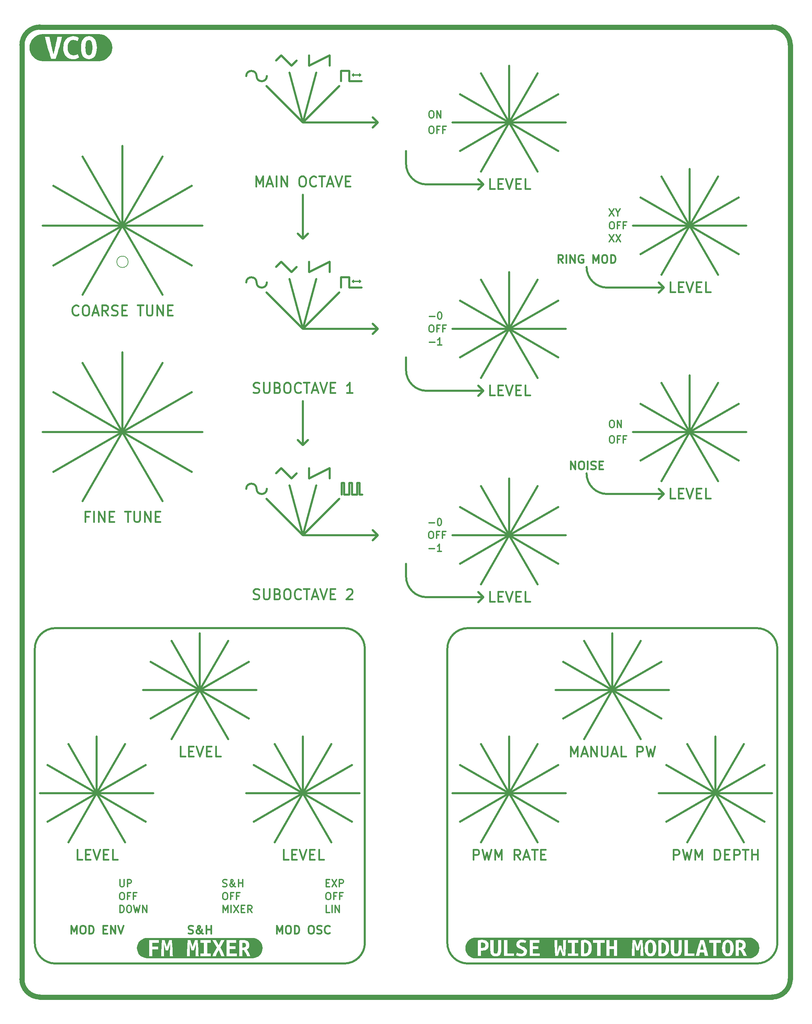
<source format=gto>
G04 #@! TF.GenerationSoftware,KiCad,Pcbnew,6.0.5+dfsg-1~bpo11+1*
G04 #@! TF.CreationDate,2022-08-10T11:55:54+00:00*
G04 #@! TF.ProjectId,main_VCO_pcb_panel,6d61696e-5f56-4434-9f5f-7063625f7061,0*
G04 #@! TF.SameCoordinates,Original*
G04 #@! TF.FileFunction,Legend,Top*
G04 #@! TF.FilePolarity,Positive*
%FSLAX46Y46*%
G04 Gerber Fmt 4.6, Leading zero omitted, Abs format (unit mm)*
G04 Created by KiCad (PCBNEW 6.0.5+dfsg-1~bpo11+1) date 2022-08-10 11:55:54*
%MOMM*%
%LPD*%
G01*
G04 APERTURE LIST*
%ADD10C,0.500000*%
%ADD11C,1.270000*%
%ADD12C,0.300000*%
%ADD13C,0.150000*%
%ADD14C,0.350000*%
%ADD15C,0.400000*%
%ADD16C,2.000000*%
G04 APERTURE END LIST*
D10*
X174625000Y-36195000D02*
G75*
G03*
X172085000Y-36195000I-1270000J0D01*
G01*
X141605000Y-73025000D02*
X158652710Y-82867500D01*
X221615000Y-177165000D02*
X221615000Y-249555000D01*
X255904998Y-83185002D02*
G75*
G03*
X260984998Y-88265002I5080002J2D01*
G01*
X236855000Y-47625000D02*
X250825000Y-47625000D01*
X281305000Y-73025000D02*
X295275000Y-73025000D01*
X160655000Y-187325000D02*
X153670000Y-199423375D01*
D11*
X121285000Y-262890000D02*
X301625000Y-262890000D01*
D10*
X187579000Y-84455000D02*
X187579000Y-81915000D01*
X174625000Y-86995000D02*
G75*
G03*
X172085000Y-86995000I-1270000J0D01*
G01*
X221615000Y-249555000D02*
G75*
G03*
X226695000Y-254635000I5080000J0D01*
G01*
X195453000Y-37465000D02*
X195453000Y-34925000D01*
X226695000Y-172085000D02*
G75*
G03*
X221615000Y-177165000I0J-5080000D01*
G01*
X186055000Y-76200000D02*
X184785000Y-74930000D01*
X186055000Y-149225000D02*
X189342002Y-136957742D01*
X187579000Y-33655000D02*
X192659000Y-31115000D01*
X236855000Y-149225000D02*
X243840000Y-161323375D01*
X141605000Y-73025000D02*
X131762500Y-90072710D01*
X236855000Y-149225000D02*
X222885000Y-149225000D01*
X186055000Y-212725000D02*
X186055000Y-198755000D01*
X287655000Y-212725000D02*
X299753375Y-219710000D01*
D12*
X200279000Y-86741000D02*
X200025000Y-86487000D01*
D10*
X141605000Y-123825000D02*
X131762500Y-140872710D01*
X160655000Y-187325000D02*
X167640000Y-175226625D01*
X262255000Y-187325000D02*
X276225000Y-187325000D01*
X160655000Y-187325000D02*
X148556625Y-180340000D01*
X186055000Y-212725000D02*
X179070000Y-200626625D01*
X236855000Y-212725000D02*
X250825000Y-212725000D01*
X141605000Y-123825000D02*
X141605000Y-104140000D01*
X199390000Y-139223750D02*
X199390000Y-136366250D01*
X262255000Y-187325000D02*
X274353375Y-180340000D01*
D11*
X306070000Y-258445000D02*
X306070000Y-28575000D01*
D10*
X226695000Y-254635000D02*
X297815002Y-254635002D01*
X195453000Y-88265000D02*
X195453000Y-85725000D01*
X211454998Y-159385002D02*
X211455000Y-156210000D01*
X192659000Y-81915000D02*
X192659000Y-84455000D01*
X262255000Y-187325000D02*
X248285000Y-187325000D01*
X281305000Y-73025000D02*
X269206625Y-80010000D01*
X174625000Y-137795000D02*
G75*
G03*
X172085000Y-137795000I-1270000J0D01*
G01*
X186055000Y-47625000D02*
X204470000Y-47625000D01*
X236855000Y-47625000D02*
X243840000Y-59723375D01*
X204470000Y-98425000D02*
X203200000Y-97155000D01*
X281305000Y-73025000D02*
X293403375Y-66040000D01*
X141605000Y-73025000D02*
X124557290Y-82867500D01*
X287655000Y-212725000D02*
X287655000Y-198755000D01*
X255904998Y-133985002D02*
G75*
G03*
X260984998Y-139065002I5080002J2D01*
G01*
X236855000Y-47625000D02*
X243840000Y-35526625D01*
X195580000Y-139223750D02*
X195580000Y-136366250D01*
X262255000Y-187325000D02*
X250156625Y-180340000D01*
X281305000Y-73025000D02*
X269206625Y-66040000D01*
D12*
X198247000Y-86741000D02*
X198501000Y-86487000D01*
D10*
X287655000Y-212725000D02*
X280670000Y-200626625D01*
X197485000Y-37465000D02*
X200533000Y-37465000D01*
D12*
X198247000Y-86741000D02*
X198501000Y-86995000D01*
D10*
X287655000Y-212725000D02*
X275556625Y-205740000D01*
X160655000Y-187325000D02*
X148556625Y-194310000D01*
X186055000Y-127000000D02*
X184785000Y-125730000D01*
X180721000Y-31115000D02*
X183261000Y-33655000D01*
X199390000Y-136366250D02*
X200025000Y-136366250D01*
X262255000Y-187325000D02*
X255270000Y-199423375D01*
X160655000Y-187325000D02*
X172753375Y-194310000D01*
X186055000Y-149225000D02*
X182767998Y-136957742D01*
X236855000Y-98425000D02*
X250825000Y-98425000D01*
X187579000Y-135255000D02*
X192659000Y-132715000D01*
X203200000Y-99695000D02*
X204470000Y-98425000D01*
X186055000Y-212725000D02*
X179070000Y-224823375D01*
X211454998Y-108585002D02*
G75*
G03*
X216534998Y-113665002I5080002J2D01*
G01*
X236855000Y-47625000D02*
X236855000Y-33655000D01*
X211454998Y-108585002D02*
X211455000Y-105410000D01*
X186055000Y-47625000D02*
X177074744Y-38644744D01*
X297815000Y-172085000D02*
X226695000Y-172085000D01*
X281305000Y-73025000D02*
X293403375Y-80010000D01*
X273685000Y-89535000D02*
X274955000Y-88265000D01*
X186055000Y-98425000D02*
X204470000Y-98425000D01*
X141605000Y-73025000D02*
X141605000Y-53340000D01*
X200025000Y-139223750D02*
X200660000Y-139223750D01*
X141605000Y-123825000D02*
X121920000Y-123825000D01*
D11*
X116840000Y-258445000D02*
G75*
G03*
X121285000Y-262890000I4445000J0D01*
G01*
D10*
X201295002Y-249555002D02*
X201295000Y-177165000D01*
X141605000Y-123825000D02*
X124557290Y-113982500D01*
X216534998Y-113665002D02*
X230505000Y-113665000D01*
X281305000Y-123825000D02*
X288290000Y-135923375D01*
X211454998Y-57785002D02*
X211455000Y-54610000D01*
X186055000Y-212725000D02*
X172085000Y-212725000D01*
X262255000Y-187325000D02*
X269240000Y-175226625D01*
X236855000Y-212725000D02*
X224756625Y-219710000D01*
X141605000Y-73025000D02*
X121920000Y-73025000D01*
X236855000Y-98425000D02*
X248953375Y-105410000D01*
X141605000Y-123825000D02*
X151447500Y-106777290D01*
X141605000Y-123825000D02*
X161290000Y-123825000D01*
X196215002Y-254635002D02*
G75*
G03*
X201295002Y-249555002I-2J5080002D01*
G01*
X302895000Y-177165000D02*
G75*
G03*
X297815000Y-172085000I-5080000J0D01*
G01*
X141605000Y-73025000D02*
X158652710Y-63182500D01*
X187579000Y-33655000D02*
X187579000Y-31115000D01*
X236855000Y-212725000D02*
X243840000Y-224823375D01*
X236855000Y-98425000D02*
X243840000Y-86326625D01*
X160655000Y-187325000D02*
X153670000Y-175226625D01*
D13*
X187325000Y-125730000D02*
X186055000Y-127000000D01*
D10*
X236855000Y-212725000D02*
X243840000Y-200626625D01*
X236855000Y-149225000D02*
X229870000Y-137126625D01*
X236855000Y-212725000D02*
X236855000Y-198755000D01*
X135255000Y-212725000D02*
X121285000Y-212725000D01*
X236855000Y-149225000D02*
X224756625Y-142240000D01*
X135255000Y-212725000D02*
X149225000Y-212725000D01*
X186055000Y-47625000D02*
X195035256Y-38644744D01*
X236855000Y-47625000D02*
X224756625Y-40640000D01*
X183261000Y-84455000D02*
X184531000Y-83185000D01*
X281305000Y-123825000D02*
X274320000Y-111726625D01*
X273685000Y-140335000D02*
X274955000Y-139065000D01*
X200025000Y-136366250D02*
X200025000Y-139223750D01*
X186055000Y-149225000D02*
X177074744Y-140244744D01*
X120015000Y-177165000D02*
X120015000Y-249555000D01*
X236855000Y-47625000D02*
X224756625Y-54610000D01*
X135255000Y-212725000D02*
X142240000Y-224823375D01*
D11*
X121285000Y-24130000D02*
X301625000Y-24130000D01*
D10*
X180721000Y-132715000D02*
X183261000Y-135255000D01*
X274955000Y-88265000D02*
X273685000Y-86995000D01*
X160655000Y-187325000D02*
X172753375Y-180340000D01*
D12*
X198247000Y-86741000D02*
X200279000Y-86741000D01*
D10*
X204470000Y-149225000D02*
X203200000Y-147955000D01*
X141605000Y-123825000D02*
X151447500Y-140872710D01*
X125095000Y-254635000D02*
X196215002Y-254635002D01*
X236855000Y-212725000D02*
X224756625Y-205740000D01*
X197485000Y-34925000D02*
X197485000Y-37465000D01*
X203200000Y-150495000D02*
X204470000Y-149225000D01*
X135255000Y-212725000D02*
X128270000Y-200626625D01*
X186055000Y-212725000D02*
X193040000Y-224823375D01*
X141605000Y-73025000D02*
X151447500Y-90072710D01*
X196215000Y-136366250D02*
X196215000Y-139223750D01*
X174625000Y-137795000D02*
G75*
G03*
X177165000Y-137795000I1270000J0D01*
G01*
X287655000Y-212725000D02*
X280670000Y-224823375D01*
X135255000Y-212725000D02*
X123156625Y-205740000D01*
X281305000Y-123825000D02*
X293403375Y-116840000D01*
X186055000Y-212725000D02*
X198153375Y-219710000D01*
X186055000Y-47625000D02*
X189342002Y-35357742D01*
X198120000Y-136366250D02*
X198120000Y-139223750D01*
X211454998Y-159385002D02*
G75*
G03*
X216534998Y-164465002I5080002J2D01*
G01*
X160655000Y-187325000D02*
X160655000Y-173355000D01*
X281305000Y-123825000D02*
X293403375Y-130810000D01*
D11*
X116840000Y-258445000D02*
X116840000Y-28575000D01*
D12*
X200279000Y-35941000D02*
X200025000Y-36195000D01*
D10*
X183261000Y-33655000D02*
X184531000Y-32385000D01*
X287655000Y-212725000D02*
X299753375Y-205740000D01*
X179451000Y-32385000D02*
X180721000Y-31115000D01*
X281305000Y-123825000D02*
X267335000Y-123825000D01*
X236855000Y-98425000D02*
X243840000Y-110523375D01*
X260984998Y-139065002D02*
X274955000Y-139065000D01*
X186055000Y-212725000D02*
X173956625Y-205740000D01*
X183261000Y-135255000D02*
X184531000Y-133985000D01*
X236855000Y-212725000D02*
X248953375Y-219710000D01*
X236855000Y-98425000D02*
X224756625Y-91440000D01*
X229235000Y-165735000D02*
X230505000Y-164465000D01*
X186055000Y-149225000D02*
X204470000Y-149225000D01*
X287655000Y-212725000D02*
X273685000Y-212725000D01*
X211454998Y-57785002D02*
G75*
G03*
X216534998Y-62865002I5080002J2D01*
G01*
X141605000Y-123825000D02*
X124557290Y-133667500D01*
X135255000Y-212725000D02*
X147353375Y-219710000D01*
X281305000Y-73025000D02*
X288290000Y-85123375D01*
X186055000Y-212725000D02*
X198153375Y-205740000D01*
X236855000Y-149225000D02*
X248953375Y-142240000D01*
X141605000Y-73025000D02*
X151447500Y-55977290D01*
X281305000Y-123825000D02*
X288290000Y-111726625D01*
X274955000Y-139065000D02*
X273685000Y-137795000D01*
X186055000Y-212725000D02*
X200025000Y-212725000D01*
X236855000Y-149225000D02*
X248953375Y-156210000D01*
X281305000Y-123825000D02*
X274320000Y-135923375D01*
X229235000Y-114935000D02*
X230505000Y-113665000D01*
X186055000Y-47625000D02*
X182767998Y-35357742D01*
X236855000Y-149225000D02*
X229870000Y-161323375D01*
X204470000Y-47625000D02*
X203200000Y-46355000D01*
X262255000Y-187325000D02*
X274353375Y-194310000D01*
X201295000Y-177165000D02*
G75*
G03*
X196215000Y-172085000I-5080000J0D01*
G01*
X135255000Y-212725000D02*
X142240000Y-200626625D01*
X198120000Y-139223750D02*
X199390000Y-139223750D01*
X186055000Y-212725000D02*
X173956625Y-219710000D01*
X192659000Y-132715000D02*
X192659000Y-135255000D01*
X281305000Y-123825000D02*
X281305000Y-109855000D01*
X230505000Y-164465000D02*
X229235000Y-163195000D01*
X141605000Y-123825000D02*
X158652710Y-133667500D01*
X262255000Y-187325000D02*
X269240000Y-199423375D01*
X135255000Y-212725000D02*
X128270000Y-224823375D01*
X196215000Y-172085000D02*
X125095000Y-172085000D01*
X197485000Y-139223750D02*
X196215000Y-139223750D01*
X135255000Y-212725000D02*
X147353375Y-205740000D01*
X120015000Y-249555000D02*
G75*
G03*
X125095000Y-254635000I5080000J0D01*
G01*
D11*
X306070000Y-28575000D02*
G75*
G03*
X301625000Y-24130000I-4445000J0D01*
G01*
D10*
X216534998Y-62865002D02*
X230505000Y-62865000D01*
X135255000Y-212725000D02*
X123156625Y-219710000D01*
X281305000Y-73025000D02*
X274320000Y-85123375D01*
X195453000Y-85725000D02*
X197485000Y-85725000D01*
X186055000Y-98425000D02*
X182767998Y-86157742D01*
X197485000Y-139223750D02*
X197485000Y-136366250D01*
X135255000Y-212725000D02*
X135255000Y-198755000D01*
X186055000Y-98425000D02*
X189342002Y-86157742D01*
X281305000Y-123825000D02*
X269206625Y-130810000D01*
D13*
X187325000Y-74930000D02*
X186055000Y-76200000D01*
D10*
X179451000Y-83185000D02*
X180721000Y-81915000D01*
X236855000Y-149225000D02*
X243840000Y-137126625D01*
X287655000Y-212725000D02*
X301625000Y-212725000D01*
X236855000Y-98425000D02*
X229870000Y-110523375D01*
X187579000Y-84455000D02*
X192659000Y-81915000D01*
X236855000Y-149225000D02*
X224756625Y-156210000D01*
X230505000Y-62865000D02*
X229235000Y-61595000D01*
X186055000Y-76200000D02*
X187325000Y-74930000D01*
X180721000Y-81915000D02*
X183261000Y-84455000D01*
X281305000Y-73025000D02*
X267335000Y-73025000D01*
X160655000Y-187325000D02*
X146685000Y-187325000D01*
X236855000Y-98425000D02*
X224756625Y-105410000D01*
X141605000Y-123825000D02*
X158652710Y-113982500D01*
D12*
X198247000Y-35941000D02*
X198501000Y-35687000D01*
D10*
X236855000Y-212725000D02*
X229870000Y-224823375D01*
X236855000Y-47625000D02*
X229870000Y-59723375D01*
X141605000Y-123825000D02*
X131762500Y-106777290D01*
X236855000Y-47625000D02*
X229870000Y-35526625D01*
X236855000Y-47625000D02*
X248953375Y-54610000D01*
X125095000Y-172085000D02*
G75*
G03*
X120015000Y-177165000I0J-5080000D01*
G01*
X262255000Y-187325000D02*
X250156625Y-194310000D01*
X186055000Y-127000000D02*
X187325000Y-125730000D01*
X236855000Y-98425000D02*
X236855000Y-84455000D01*
X236855000Y-98425000D02*
X248953375Y-91440000D01*
X186055000Y-65405000D02*
X186055000Y-76200000D01*
D12*
X200279000Y-86741000D02*
X200025000Y-86995000D01*
D10*
X236855000Y-149225000D02*
X236855000Y-135255000D01*
D12*
X200279000Y-35941000D02*
X200025000Y-35687000D01*
D10*
X281305000Y-73025000D02*
X281305000Y-59055000D01*
X281305000Y-123825000D02*
X295275000Y-123825000D01*
D12*
X198247000Y-35941000D02*
X200279000Y-35941000D01*
D10*
X141605000Y-73025000D02*
X161290000Y-73025000D01*
X186055000Y-149225000D02*
X195035256Y-140244744D01*
X287655000Y-212725000D02*
X294640000Y-200626625D01*
X192659000Y-31115000D02*
X192659000Y-33655000D01*
X141605000Y-73025000D02*
X124557290Y-63182500D01*
X197485000Y-136366250D02*
X198120000Y-136366250D01*
X160655000Y-187325000D02*
X174625000Y-187325000D01*
X203200000Y-48895000D02*
X204470000Y-47625000D01*
X197485000Y-88265000D02*
X200533000Y-88265000D01*
X229235000Y-64135000D02*
X230505000Y-62865000D01*
X236855000Y-212725000D02*
X248953375Y-205740000D01*
X187579000Y-135255000D02*
X187579000Y-132715000D01*
X230505000Y-113665000D02*
X229235000Y-112395000D01*
X174625000Y-36195000D02*
G75*
G03*
X177165000Y-36195000I1270000J0D01*
G01*
X236855000Y-47625000D02*
X222885000Y-47625000D01*
X179451000Y-133985000D02*
X180721000Y-132715000D01*
X281305000Y-123825000D02*
X269206625Y-116840000D01*
X186055000Y-116205000D02*
X186055000Y-127000000D01*
X236855000Y-98425000D02*
X229870000Y-86326625D01*
D11*
X121285000Y-24130000D02*
G75*
G03*
X116840000Y-28575000I0J-4445000D01*
G01*
D10*
X262255000Y-187325000D02*
X262255000Y-173355000D01*
X236855000Y-212725000D02*
X222885000Y-212725000D01*
X287655000Y-212725000D02*
X294640000Y-224823375D01*
X262255000Y-187325000D02*
X255270000Y-175226625D01*
X236855000Y-47625000D02*
X248953375Y-40640000D01*
X236855000Y-212725000D02*
X229870000Y-200626625D01*
D11*
X301625000Y-262890000D02*
G75*
G03*
X306070000Y-258445000I0J4445000D01*
G01*
D10*
X236855000Y-98425000D02*
X222885000Y-98425000D01*
X297815002Y-254635002D02*
G75*
G03*
X302895002Y-249555002I-2J5080002D01*
G01*
D12*
X198247000Y-35941000D02*
X198501000Y-36195000D01*
D10*
X260984998Y-88265002D02*
X274955000Y-88265000D01*
X281305000Y-73025000D02*
X288290000Y-60926625D01*
X287655000Y-212725000D02*
X275556625Y-219710000D01*
X302895002Y-249555002D02*
X302895000Y-177165000D01*
X236855000Y-149225000D02*
X250825000Y-149225000D01*
X141605000Y-73025000D02*
X131762500Y-55977290D01*
X195453000Y-34925000D02*
X197485000Y-34925000D01*
X195580000Y-136366250D02*
X196215000Y-136366250D01*
X197485000Y-85725000D02*
X197485000Y-88265000D01*
X216534998Y-164465002D02*
X230505000Y-164465000D01*
X186055000Y-98425000D02*
X177074744Y-89444744D01*
X186055000Y-212725000D02*
X193040000Y-200626625D01*
X160655000Y-187325000D02*
X167640000Y-199423375D01*
X174625000Y-86995000D02*
G75*
G03*
X177165000Y-86995000I1270000J0D01*
G01*
X281305000Y-73025000D02*
X274320000Y-60926625D01*
X186055000Y-98425000D02*
X195035256Y-89444744D01*
D14*
X192612500Y-242091666D02*
X191779166Y-242091666D01*
X191779166Y-240341666D01*
X193195833Y-242091666D02*
X193195833Y-240341666D01*
X194029166Y-242091666D02*
X194029166Y-240341666D01*
X195029166Y-242091666D01*
X195029166Y-240341666D01*
X141312500Y-237166666D02*
X141645833Y-237166666D01*
X141812500Y-237250000D01*
X141979166Y-237416666D01*
X142062500Y-237750000D01*
X142062500Y-238333333D01*
X141979166Y-238666666D01*
X141812500Y-238833333D01*
X141645833Y-238916666D01*
X141312500Y-238916666D01*
X141145833Y-238833333D01*
X140979166Y-238666666D01*
X140895833Y-238333333D01*
X140895833Y-237750000D01*
X140979166Y-237416666D01*
X141145833Y-237250000D01*
X141312500Y-237166666D01*
X143395833Y-238000000D02*
X142812500Y-238000000D01*
X142812500Y-238916666D02*
X142812500Y-237166666D01*
X143645833Y-237166666D01*
X144895833Y-238000000D02*
X144312500Y-238000000D01*
X144312500Y-238916666D02*
X144312500Y-237166666D01*
X145145833Y-237166666D01*
X261962500Y-72066666D02*
X262295833Y-72066666D01*
X262462500Y-72150000D01*
X262629166Y-72316666D01*
X262712500Y-72650000D01*
X262712500Y-73233333D01*
X262629166Y-73566666D01*
X262462500Y-73733333D01*
X262295833Y-73816666D01*
X261962500Y-73816666D01*
X261795833Y-73733333D01*
X261629166Y-73566666D01*
X261545833Y-73233333D01*
X261545833Y-72650000D01*
X261629166Y-72316666D01*
X261795833Y-72150000D01*
X261962500Y-72066666D01*
X264045833Y-72900000D02*
X263462500Y-72900000D01*
X263462500Y-73816666D02*
X263462500Y-72066666D01*
X264295833Y-72066666D01*
X265545833Y-72900000D02*
X264962500Y-72900000D01*
X264962500Y-73816666D02*
X264962500Y-72066666D01*
X265795833Y-72066666D01*
X217179166Y-95375000D02*
X218512500Y-95375000D01*
X219679166Y-94291666D02*
X219845833Y-94291666D01*
X220012500Y-94375000D01*
X220095833Y-94458333D01*
X220179166Y-94625000D01*
X220262500Y-94958333D01*
X220262500Y-95375000D01*
X220179166Y-95708333D01*
X220095833Y-95875000D01*
X220012500Y-95958333D01*
X219845833Y-96041666D01*
X219679166Y-96041666D01*
X219512500Y-95958333D01*
X219429166Y-95875000D01*
X219345833Y-95708333D01*
X219262500Y-95375000D01*
X219262500Y-94958333D01*
X219345833Y-94625000D01*
X219429166Y-94458333D01*
X219512500Y-94375000D01*
X219679166Y-94291666D01*
D15*
X277733571Y-89395952D02*
X276543095Y-89395952D01*
X276543095Y-86895952D01*
X278566904Y-88086428D02*
X279400238Y-88086428D01*
X279757380Y-89395952D02*
X278566904Y-89395952D01*
X278566904Y-86895952D01*
X279757380Y-86895952D01*
X280471666Y-86895952D02*
X281305000Y-89395952D01*
X282138333Y-86895952D01*
X282971666Y-88086428D02*
X283805000Y-88086428D01*
X284162142Y-89395952D02*
X282971666Y-89395952D01*
X282971666Y-86895952D01*
X284162142Y-86895952D01*
X286424047Y-89395952D02*
X285233571Y-89395952D01*
X285233571Y-86895952D01*
D14*
X261462500Y-68891666D02*
X262629166Y-70641666D01*
X262629166Y-68891666D02*
X261462500Y-70641666D01*
X263629166Y-69808333D02*
X263629166Y-70641666D01*
X263045833Y-68891666D02*
X263629166Y-69808333D01*
X264212500Y-68891666D01*
D15*
X227985952Y-229095952D02*
X227985952Y-226595952D01*
X228938333Y-226595952D01*
X229176428Y-226715000D01*
X229295476Y-226834047D01*
X229414523Y-227072142D01*
X229414523Y-227429285D01*
X229295476Y-227667380D01*
X229176428Y-227786428D01*
X228938333Y-227905476D01*
X227985952Y-227905476D01*
X230247857Y-226595952D02*
X230843095Y-229095952D01*
X231319285Y-227310238D01*
X231795476Y-229095952D01*
X232390714Y-226595952D01*
X233343095Y-229095952D02*
X233343095Y-226595952D01*
X234176428Y-228381666D01*
X235009761Y-226595952D01*
X235009761Y-229095952D01*
X239533571Y-229095952D02*
X238700238Y-227905476D01*
X238105000Y-229095952D02*
X238105000Y-226595952D01*
X239057380Y-226595952D01*
X239295476Y-226715000D01*
X239414523Y-226834047D01*
X239533571Y-227072142D01*
X239533571Y-227429285D01*
X239414523Y-227667380D01*
X239295476Y-227786428D01*
X239057380Y-227905476D01*
X238105000Y-227905476D01*
X240485952Y-228381666D02*
X241676428Y-228381666D01*
X240247857Y-229095952D02*
X241081190Y-226595952D01*
X241914523Y-229095952D01*
X242390714Y-226595952D02*
X243819285Y-226595952D01*
X243105000Y-229095952D02*
X243105000Y-226595952D01*
X244652619Y-227786428D02*
X245485952Y-227786428D01*
X245843095Y-229095952D02*
X244652619Y-229095952D01*
X244652619Y-226595952D01*
X245843095Y-226595952D01*
X157797857Y-247189523D02*
X158083571Y-247284761D01*
X158559761Y-247284761D01*
X158750238Y-247189523D01*
X158845476Y-247094285D01*
X158940714Y-246903809D01*
X158940714Y-246713333D01*
X158845476Y-246522857D01*
X158750238Y-246427619D01*
X158559761Y-246332380D01*
X158178809Y-246237142D01*
X157988333Y-246141904D01*
X157893095Y-246046666D01*
X157797857Y-245856190D01*
X157797857Y-245665714D01*
X157893095Y-245475238D01*
X157988333Y-245380000D01*
X158178809Y-245284761D01*
X158655000Y-245284761D01*
X158940714Y-245380000D01*
X161416904Y-247284761D02*
X161321666Y-247284761D01*
X161131190Y-247189523D01*
X160845476Y-246903809D01*
X160369285Y-246332380D01*
X160178809Y-246046666D01*
X160083571Y-245760952D01*
X160083571Y-245570476D01*
X160178809Y-245380000D01*
X160369285Y-245284761D01*
X160464523Y-245284761D01*
X160655000Y-245380000D01*
X160750238Y-245570476D01*
X160750238Y-245665714D01*
X160655000Y-245856190D01*
X160559761Y-245951428D01*
X159988333Y-246332380D01*
X159893095Y-246427619D01*
X159797857Y-246618095D01*
X159797857Y-246903809D01*
X159893095Y-247094285D01*
X159988333Y-247189523D01*
X160178809Y-247284761D01*
X160464523Y-247284761D01*
X160655000Y-247189523D01*
X160750238Y-247094285D01*
X161035952Y-246713333D01*
X161131190Y-246427619D01*
X161131190Y-246237142D01*
X162274047Y-247284761D02*
X162274047Y-245284761D01*
X162274047Y-246237142D02*
X163416904Y-246237142D01*
X163416904Y-247284761D02*
X163416904Y-245284761D01*
X233283571Y-63995952D02*
X232093095Y-63995952D01*
X232093095Y-61495952D01*
X234116904Y-62686428D02*
X234950238Y-62686428D01*
X235307380Y-63995952D02*
X234116904Y-63995952D01*
X234116904Y-61495952D01*
X235307380Y-61495952D01*
X236021666Y-61495952D02*
X236855000Y-63995952D01*
X237688333Y-61495952D01*
X238521666Y-62686428D02*
X239355000Y-62686428D01*
X239712142Y-63995952D02*
X238521666Y-63995952D01*
X238521666Y-61495952D01*
X239712142Y-61495952D01*
X241974047Y-63995952D02*
X240783571Y-63995952D01*
X240783571Y-61495952D01*
X179578809Y-247284761D02*
X179578809Y-245284761D01*
X180245476Y-246713333D01*
X180912142Y-245284761D01*
X180912142Y-247284761D01*
X182245476Y-245284761D02*
X182626428Y-245284761D01*
X182816904Y-245380000D01*
X183007380Y-245570476D01*
X183102619Y-245951428D01*
X183102619Y-246618095D01*
X183007380Y-246999047D01*
X182816904Y-247189523D01*
X182626428Y-247284761D01*
X182245476Y-247284761D01*
X182055000Y-247189523D01*
X181864523Y-246999047D01*
X181769285Y-246618095D01*
X181769285Y-245951428D01*
X181864523Y-245570476D01*
X182055000Y-245380000D01*
X182245476Y-245284761D01*
X183959761Y-247284761D02*
X183959761Y-245284761D01*
X184435952Y-245284761D01*
X184721666Y-245380000D01*
X184912142Y-245570476D01*
X185007380Y-245760952D01*
X185102619Y-246141904D01*
X185102619Y-246427619D01*
X185007380Y-246808571D01*
X184912142Y-246999047D01*
X184721666Y-247189523D01*
X184435952Y-247284761D01*
X183959761Y-247284761D01*
X187864523Y-245284761D02*
X188245476Y-245284761D01*
X188435952Y-245380000D01*
X188626428Y-245570476D01*
X188721666Y-245951428D01*
X188721666Y-246618095D01*
X188626428Y-246999047D01*
X188435952Y-247189523D01*
X188245476Y-247284761D01*
X187864523Y-247284761D01*
X187674047Y-247189523D01*
X187483571Y-246999047D01*
X187388333Y-246618095D01*
X187388333Y-245951428D01*
X187483571Y-245570476D01*
X187674047Y-245380000D01*
X187864523Y-245284761D01*
X189483571Y-247189523D02*
X189769285Y-247284761D01*
X190245476Y-247284761D01*
X190435952Y-247189523D01*
X190531190Y-247094285D01*
X190626428Y-246903809D01*
X190626428Y-246713333D01*
X190531190Y-246522857D01*
X190435952Y-246427619D01*
X190245476Y-246332380D01*
X189864523Y-246237142D01*
X189674047Y-246141904D01*
X189578809Y-246046666D01*
X189483571Y-245856190D01*
X189483571Y-245665714D01*
X189578809Y-245475238D01*
X189674047Y-245380000D01*
X189864523Y-245284761D01*
X190340714Y-245284761D01*
X190626428Y-245380000D01*
X192626428Y-247094285D02*
X192531190Y-247189523D01*
X192245476Y-247284761D01*
X192055000Y-247284761D01*
X191769285Y-247189523D01*
X191578809Y-246999047D01*
X191483571Y-246808571D01*
X191388333Y-246427619D01*
X191388333Y-246141904D01*
X191483571Y-245760952D01*
X191578809Y-245570476D01*
X191769285Y-245380000D01*
X192055000Y-245284761D01*
X192245476Y-245284761D01*
X192531190Y-245380000D01*
X192626428Y-245475238D01*
D14*
X217432500Y-148266666D02*
X217765833Y-148266666D01*
X217932500Y-148350000D01*
X218099166Y-148516666D01*
X218182500Y-148850000D01*
X218182500Y-149433333D01*
X218099166Y-149766666D01*
X217932500Y-149933333D01*
X217765833Y-150016666D01*
X217432500Y-150016666D01*
X217265833Y-149933333D01*
X217099166Y-149766666D01*
X217015833Y-149433333D01*
X217015833Y-148850000D01*
X217099166Y-148516666D01*
X217265833Y-148350000D01*
X217432500Y-148266666D01*
X219515833Y-149100000D02*
X218932500Y-149100000D01*
X218932500Y-150016666D02*
X218932500Y-148266666D01*
X219765833Y-148266666D01*
X221015833Y-149100000D02*
X220432500Y-149100000D01*
X220432500Y-150016666D02*
X220432500Y-148266666D01*
X221265833Y-148266666D01*
X261462500Y-75241666D02*
X262629166Y-76991666D01*
X262629166Y-75241666D02*
X261462500Y-76991666D01*
X263129166Y-75241666D02*
X264295833Y-76991666D01*
X264295833Y-75241666D02*
X263129166Y-76991666D01*
D15*
X277297857Y-229095952D02*
X277297857Y-226595952D01*
X278250238Y-226595952D01*
X278488333Y-226715000D01*
X278607380Y-226834047D01*
X278726428Y-227072142D01*
X278726428Y-227429285D01*
X278607380Y-227667380D01*
X278488333Y-227786428D01*
X278250238Y-227905476D01*
X277297857Y-227905476D01*
X279559761Y-226595952D02*
X280155000Y-229095952D01*
X280631190Y-227310238D01*
X281107380Y-229095952D01*
X281702619Y-226595952D01*
X282655000Y-229095952D02*
X282655000Y-226595952D01*
X283488333Y-228381666D01*
X284321666Y-226595952D01*
X284321666Y-229095952D01*
X287416904Y-229095952D02*
X287416904Y-226595952D01*
X288012142Y-226595952D01*
X288369285Y-226715000D01*
X288607380Y-226953095D01*
X288726428Y-227191190D01*
X288845476Y-227667380D01*
X288845476Y-228024523D01*
X288726428Y-228500714D01*
X288607380Y-228738809D01*
X288369285Y-228976904D01*
X288012142Y-229095952D01*
X287416904Y-229095952D01*
X289916904Y-227786428D02*
X290750238Y-227786428D01*
X291107380Y-229095952D02*
X289916904Y-229095952D01*
X289916904Y-226595952D01*
X291107380Y-226595952D01*
X292178809Y-229095952D02*
X292178809Y-226595952D01*
X293131190Y-226595952D01*
X293369285Y-226715000D01*
X293488333Y-226834047D01*
X293607380Y-227072142D01*
X293607380Y-227429285D01*
X293488333Y-227667380D01*
X293369285Y-227786428D01*
X293131190Y-227905476D01*
X292178809Y-227905476D01*
X294321666Y-226595952D02*
X295750238Y-226595952D01*
X295035952Y-229095952D02*
X295035952Y-226595952D01*
X296583571Y-229095952D02*
X296583571Y-226595952D01*
X296583571Y-227786428D02*
X298012142Y-227786428D01*
X298012142Y-229095952D02*
X298012142Y-226595952D01*
X251952619Y-132984761D02*
X251952619Y-130984761D01*
X253095476Y-132984761D01*
X253095476Y-130984761D01*
X254428809Y-130984761D02*
X254809761Y-130984761D01*
X255000238Y-131080000D01*
X255190714Y-131270476D01*
X255285952Y-131651428D01*
X255285952Y-132318095D01*
X255190714Y-132699047D01*
X255000238Y-132889523D01*
X254809761Y-132984761D01*
X254428809Y-132984761D01*
X254238333Y-132889523D01*
X254047857Y-132699047D01*
X253952619Y-132318095D01*
X253952619Y-131651428D01*
X254047857Y-131270476D01*
X254238333Y-131080000D01*
X254428809Y-130984761D01*
X256143095Y-132984761D02*
X256143095Y-130984761D01*
X257000238Y-132889523D02*
X257285952Y-132984761D01*
X257762142Y-132984761D01*
X257952619Y-132889523D01*
X258047857Y-132794285D01*
X258143095Y-132603809D01*
X258143095Y-132413333D01*
X258047857Y-132222857D01*
X257952619Y-132127619D01*
X257762142Y-132032380D01*
X257381190Y-131937142D01*
X257190714Y-131841904D01*
X257095476Y-131746666D01*
X257000238Y-131556190D01*
X257000238Y-131365714D01*
X257095476Y-131175238D01*
X257190714Y-131080000D01*
X257381190Y-130984761D01*
X257857380Y-130984761D01*
X258143095Y-131080000D01*
X259000238Y-131937142D02*
X259666904Y-131937142D01*
X259952619Y-132984761D02*
X259000238Y-132984761D01*
X259000238Y-130984761D01*
X259952619Y-130984761D01*
D14*
X261962500Y-120961666D02*
X262295833Y-120961666D01*
X262462500Y-121045000D01*
X262629166Y-121211666D01*
X262712500Y-121545000D01*
X262712500Y-122128333D01*
X262629166Y-122461666D01*
X262462500Y-122628333D01*
X262295833Y-122711666D01*
X261962500Y-122711666D01*
X261795833Y-122628333D01*
X261629166Y-122461666D01*
X261545833Y-122128333D01*
X261545833Y-121545000D01*
X261629166Y-121211666D01*
X261795833Y-121045000D01*
X261962500Y-120961666D01*
X263462500Y-122711666D02*
X263462500Y-120961666D01*
X264462500Y-122711666D01*
X264462500Y-120961666D01*
X166295833Y-235658333D02*
X166545833Y-235741666D01*
X166962500Y-235741666D01*
X167129166Y-235658333D01*
X167212500Y-235575000D01*
X167295833Y-235408333D01*
X167295833Y-235241666D01*
X167212500Y-235075000D01*
X167129166Y-234991666D01*
X166962500Y-234908333D01*
X166629166Y-234825000D01*
X166462500Y-234741666D01*
X166379166Y-234658333D01*
X166295833Y-234491666D01*
X166295833Y-234325000D01*
X166379166Y-234158333D01*
X166462500Y-234075000D01*
X166629166Y-233991666D01*
X167045833Y-233991666D01*
X167295833Y-234075000D01*
X169462500Y-235741666D02*
X169379166Y-235741666D01*
X169212500Y-235658333D01*
X168962500Y-235408333D01*
X168545833Y-234908333D01*
X168379166Y-234658333D01*
X168295833Y-234408333D01*
X168295833Y-234241666D01*
X168379166Y-234075000D01*
X168545833Y-233991666D01*
X168629166Y-233991666D01*
X168795833Y-234075000D01*
X168879166Y-234241666D01*
X168879166Y-234325000D01*
X168795833Y-234491666D01*
X168712500Y-234575000D01*
X168212500Y-234908333D01*
X168129166Y-234991666D01*
X168045833Y-235158333D01*
X168045833Y-235408333D01*
X168129166Y-235575000D01*
X168212500Y-235658333D01*
X168379166Y-235741666D01*
X168629166Y-235741666D01*
X168795833Y-235658333D01*
X168879166Y-235575000D01*
X169129166Y-235241666D01*
X169212500Y-234991666D01*
X169212500Y-234825000D01*
X170212500Y-235741666D02*
X170212500Y-233991666D01*
X170212500Y-234825000D02*
X171212500Y-234825000D01*
X171212500Y-235741666D02*
X171212500Y-233991666D01*
X166379166Y-242091666D02*
X166379166Y-240341666D01*
X166962500Y-241591666D01*
X167545833Y-240341666D01*
X167545833Y-242091666D01*
X168379166Y-242091666D02*
X168379166Y-240341666D01*
X169045833Y-240341666D02*
X170212500Y-242091666D01*
X170212500Y-240341666D02*
X169045833Y-242091666D01*
X170879166Y-241175000D02*
X171462500Y-241175000D01*
X171712500Y-242091666D02*
X170879166Y-242091666D01*
X170879166Y-240341666D01*
X171712500Y-240341666D01*
X173462500Y-242091666D02*
X172879166Y-241258333D01*
X172462500Y-242091666D02*
X172462500Y-240341666D01*
X173129166Y-240341666D01*
X173295833Y-240425000D01*
X173379166Y-240508333D01*
X173462500Y-240675000D01*
X173462500Y-240925000D01*
X173379166Y-241091666D01*
X173295833Y-241175000D01*
X173129166Y-241258333D01*
X172462500Y-241258333D01*
X140979166Y-233991666D02*
X140979166Y-235408333D01*
X141062500Y-235575000D01*
X141145833Y-235658333D01*
X141312500Y-235741666D01*
X141645833Y-235741666D01*
X141812500Y-235658333D01*
X141895833Y-235575000D01*
X141979166Y-235408333D01*
X141979166Y-233991666D01*
X142812500Y-235741666D02*
X142812500Y-233991666D01*
X143479166Y-233991666D01*
X143645833Y-234075000D01*
X143729166Y-234158333D01*
X143812500Y-234325000D01*
X143812500Y-234575000D01*
X143729166Y-234741666D01*
X143645833Y-234825000D01*
X143479166Y-234908333D01*
X142812500Y-234908333D01*
D15*
X130771666Y-94872857D02*
X130652619Y-94991904D01*
X130295476Y-95110952D01*
X130057380Y-95110952D01*
X129700238Y-94991904D01*
X129462142Y-94753809D01*
X129343095Y-94515714D01*
X129224047Y-94039523D01*
X129224047Y-93682380D01*
X129343095Y-93206190D01*
X129462142Y-92968095D01*
X129700238Y-92730000D01*
X130057380Y-92610952D01*
X130295476Y-92610952D01*
X130652619Y-92730000D01*
X130771666Y-92849047D01*
X132319285Y-92610952D02*
X132795476Y-92610952D01*
X133033571Y-92730000D01*
X133271666Y-92968095D01*
X133390714Y-93444285D01*
X133390714Y-94277619D01*
X133271666Y-94753809D01*
X133033571Y-94991904D01*
X132795476Y-95110952D01*
X132319285Y-95110952D01*
X132081190Y-94991904D01*
X131843095Y-94753809D01*
X131724047Y-94277619D01*
X131724047Y-93444285D01*
X131843095Y-92968095D01*
X132081190Y-92730000D01*
X132319285Y-92610952D01*
X134343095Y-94396666D02*
X135533571Y-94396666D01*
X134105000Y-95110952D02*
X134938333Y-92610952D01*
X135771666Y-95110952D01*
X138033571Y-95110952D02*
X137200238Y-93920476D01*
X136605000Y-95110952D02*
X136605000Y-92610952D01*
X137557380Y-92610952D01*
X137795476Y-92730000D01*
X137914523Y-92849047D01*
X138033571Y-93087142D01*
X138033571Y-93444285D01*
X137914523Y-93682380D01*
X137795476Y-93801428D01*
X137557380Y-93920476D01*
X136605000Y-93920476D01*
X138985952Y-94991904D02*
X139343095Y-95110952D01*
X139938333Y-95110952D01*
X140176428Y-94991904D01*
X140295476Y-94872857D01*
X140414523Y-94634761D01*
X140414523Y-94396666D01*
X140295476Y-94158571D01*
X140176428Y-94039523D01*
X139938333Y-93920476D01*
X139462142Y-93801428D01*
X139224047Y-93682380D01*
X139105000Y-93563333D01*
X138985952Y-93325238D01*
X138985952Y-93087142D01*
X139105000Y-92849047D01*
X139224047Y-92730000D01*
X139462142Y-92610952D01*
X140057380Y-92610952D01*
X140414523Y-92730000D01*
X141485952Y-93801428D02*
X142319285Y-93801428D01*
X142676428Y-95110952D02*
X141485952Y-95110952D01*
X141485952Y-92610952D01*
X142676428Y-92610952D01*
X145295476Y-92610952D02*
X146724047Y-92610952D01*
X146009761Y-95110952D02*
X146009761Y-92610952D01*
X147557380Y-92610952D02*
X147557380Y-94634761D01*
X147676428Y-94872857D01*
X147795476Y-94991904D01*
X148033571Y-95110952D01*
X148509761Y-95110952D01*
X148747857Y-94991904D01*
X148866904Y-94872857D01*
X148985952Y-94634761D01*
X148985952Y-92610952D01*
X150176428Y-95110952D02*
X150176428Y-92610952D01*
X151605000Y-95110952D01*
X151605000Y-92610952D01*
X152795476Y-93801428D02*
X153628809Y-93801428D01*
X153985952Y-95110952D02*
X152795476Y-95110952D01*
X152795476Y-92610952D01*
X153985952Y-92610952D01*
D14*
X140979166Y-242091666D02*
X140979166Y-240341666D01*
X141395833Y-240341666D01*
X141645833Y-240425000D01*
X141812500Y-240591666D01*
X141895833Y-240758333D01*
X141979166Y-241091666D01*
X141979166Y-241341666D01*
X141895833Y-241675000D01*
X141812500Y-241841666D01*
X141645833Y-242008333D01*
X141395833Y-242091666D01*
X140979166Y-242091666D01*
X143062500Y-240341666D02*
X143395833Y-240341666D01*
X143562500Y-240425000D01*
X143729166Y-240591666D01*
X143812500Y-240925000D01*
X143812500Y-241508333D01*
X143729166Y-241841666D01*
X143562500Y-242008333D01*
X143395833Y-242091666D01*
X143062500Y-242091666D01*
X142895833Y-242008333D01*
X142729166Y-241841666D01*
X142645833Y-241508333D01*
X142645833Y-240925000D01*
X142729166Y-240591666D01*
X142895833Y-240425000D01*
X143062500Y-240341666D01*
X144395833Y-240341666D02*
X144812500Y-242091666D01*
X145145833Y-240841666D01*
X145479166Y-242091666D01*
X145895833Y-240341666D01*
X146562500Y-242091666D02*
X146562500Y-240341666D01*
X147562500Y-242091666D01*
X147562500Y-240341666D01*
D15*
X277733571Y-140195952D02*
X276543095Y-140195952D01*
X276543095Y-137695952D01*
X278566904Y-138886428D02*
X279400238Y-138886428D01*
X279757380Y-140195952D02*
X278566904Y-140195952D01*
X278566904Y-137695952D01*
X279757380Y-137695952D01*
X280471666Y-137695952D02*
X281305000Y-140195952D01*
X282138333Y-137695952D01*
X282971666Y-138886428D02*
X283805000Y-138886428D01*
X284162142Y-140195952D02*
X282971666Y-140195952D01*
X282971666Y-137695952D01*
X284162142Y-137695952D01*
X286424047Y-140195952D02*
X285233571Y-140195952D01*
X285233571Y-137695952D01*
X157083571Y-203695952D02*
X155893095Y-203695952D01*
X155893095Y-201195952D01*
X157916904Y-202386428D02*
X158750238Y-202386428D01*
X159107380Y-203695952D02*
X157916904Y-203695952D01*
X157916904Y-201195952D01*
X159107380Y-201195952D01*
X159821666Y-201195952D02*
X160655000Y-203695952D01*
X161488333Y-201195952D01*
X162321666Y-202386428D02*
X163155000Y-202386428D01*
X163512142Y-203695952D02*
X162321666Y-203695952D01*
X162321666Y-201195952D01*
X163512142Y-201195952D01*
X165774047Y-203695952D02*
X164583571Y-203695952D01*
X164583571Y-201195952D01*
D14*
X217512500Y-97466666D02*
X217845833Y-97466666D01*
X218012500Y-97550000D01*
X218179166Y-97716666D01*
X218262500Y-98050000D01*
X218262500Y-98633333D01*
X218179166Y-98966666D01*
X218012500Y-99133333D01*
X217845833Y-99216666D01*
X217512500Y-99216666D01*
X217345833Y-99133333D01*
X217179166Y-98966666D01*
X217095833Y-98633333D01*
X217095833Y-98050000D01*
X217179166Y-97716666D01*
X217345833Y-97550000D01*
X217512500Y-97466666D01*
X219595833Y-98300000D02*
X219012500Y-98300000D01*
X219012500Y-99216666D02*
X219012500Y-97466666D01*
X219845833Y-97466666D01*
X221095833Y-98300000D02*
X220512500Y-98300000D01*
X220512500Y-99216666D02*
X220512500Y-97466666D01*
X221345833Y-97466666D01*
D15*
X182483571Y-229095952D02*
X181293095Y-229095952D01*
X181293095Y-226595952D01*
X183316904Y-227786428D02*
X184150238Y-227786428D01*
X184507380Y-229095952D02*
X183316904Y-229095952D01*
X183316904Y-226595952D01*
X184507380Y-226595952D01*
X185221666Y-226595952D02*
X186055000Y-229095952D01*
X186888333Y-226595952D01*
X187721666Y-227786428D02*
X188555000Y-227786428D01*
X188912142Y-229095952D02*
X187721666Y-229095952D01*
X187721666Y-226595952D01*
X188912142Y-226595952D01*
X191174047Y-229095952D02*
X189983571Y-229095952D01*
X189983571Y-226595952D01*
X173852619Y-164841904D02*
X174209761Y-164960952D01*
X174805000Y-164960952D01*
X175043095Y-164841904D01*
X175162142Y-164722857D01*
X175281190Y-164484761D01*
X175281190Y-164246666D01*
X175162142Y-164008571D01*
X175043095Y-163889523D01*
X174805000Y-163770476D01*
X174328809Y-163651428D01*
X174090714Y-163532380D01*
X173971666Y-163413333D01*
X173852619Y-163175238D01*
X173852619Y-162937142D01*
X173971666Y-162699047D01*
X174090714Y-162580000D01*
X174328809Y-162460952D01*
X174924047Y-162460952D01*
X175281190Y-162580000D01*
X176352619Y-162460952D02*
X176352619Y-164484761D01*
X176471666Y-164722857D01*
X176590714Y-164841904D01*
X176828809Y-164960952D01*
X177305000Y-164960952D01*
X177543095Y-164841904D01*
X177662142Y-164722857D01*
X177781190Y-164484761D01*
X177781190Y-162460952D01*
X179805000Y-163651428D02*
X180162142Y-163770476D01*
X180281190Y-163889523D01*
X180400238Y-164127619D01*
X180400238Y-164484761D01*
X180281190Y-164722857D01*
X180162142Y-164841904D01*
X179924047Y-164960952D01*
X178971666Y-164960952D01*
X178971666Y-162460952D01*
X179805000Y-162460952D01*
X180043095Y-162580000D01*
X180162142Y-162699047D01*
X180281190Y-162937142D01*
X180281190Y-163175238D01*
X180162142Y-163413333D01*
X180043095Y-163532380D01*
X179805000Y-163651428D01*
X178971666Y-163651428D01*
X181947857Y-162460952D02*
X182424047Y-162460952D01*
X182662142Y-162580000D01*
X182900238Y-162818095D01*
X183019285Y-163294285D01*
X183019285Y-164127619D01*
X182900238Y-164603809D01*
X182662142Y-164841904D01*
X182424047Y-164960952D01*
X181947857Y-164960952D01*
X181709761Y-164841904D01*
X181471666Y-164603809D01*
X181352619Y-164127619D01*
X181352619Y-163294285D01*
X181471666Y-162818095D01*
X181709761Y-162580000D01*
X181947857Y-162460952D01*
X185519285Y-164722857D02*
X185400238Y-164841904D01*
X185043095Y-164960952D01*
X184805000Y-164960952D01*
X184447857Y-164841904D01*
X184209761Y-164603809D01*
X184090714Y-164365714D01*
X183971666Y-163889523D01*
X183971666Y-163532380D01*
X184090714Y-163056190D01*
X184209761Y-162818095D01*
X184447857Y-162580000D01*
X184805000Y-162460952D01*
X185043095Y-162460952D01*
X185400238Y-162580000D01*
X185519285Y-162699047D01*
X186233571Y-162460952D02*
X187662142Y-162460952D01*
X186947857Y-164960952D02*
X186947857Y-162460952D01*
X188376428Y-164246666D02*
X189566904Y-164246666D01*
X188138333Y-164960952D02*
X188971666Y-162460952D01*
X189805000Y-164960952D01*
X190281190Y-162460952D02*
X191114523Y-164960952D01*
X191947857Y-162460952D01*
X192781190Y-163651428D02*
X193614523Y-163651428D01*
X193971666Y-164960952D02*
X192781190Y-164960952D01*
X192781190Y-162460952D01*
X193971666Y-162460952D01*
X196828809Y-162699047D02*
X196947857Y-162580000D01*
X197185952Y-162460952D01*
X197781190Y-162460952D01*
X198019285Y-162580000D01*
X198138333Y-162699047D01*
X198257380Y-162937142D01*
X198257380Y-163175238D01*
X198138333Y-163532380D01*
X196709761Y-164960952D01*
X198257380Y-164960952D01*
X252016904Y-203695952D02*
X252016904Y-201195952D01*
X252850238Y-202981666D01*
X253683571Y-201195952D01*
X253683571Y-203695952D01*
X254755000Y-202981666D02*
X255945476Y-202981666D01*
X254516904Y-203695952D02*
X255350238Y-201195952D01*
X256183571Y-203695952D01*
X257016904Y-203695952D02*
X257016904Y-201195952D01*
X258445476Y-203695952D01*
X258445476Y-201195952D01*
X259635952Y-201195952D02*
X259635952Y-203219761D01*
X259755000Y-203457857D01*
X259874047Y-203576904D01*
X260112142Y-203695952D01*
X260588333Y-203695952D01*
X260826428Y-203576904D01*
X260945476Y-203457857D01*
X261064523Y-203219761D01*
X261064523Y-201195952D01*
X262135952Y-202981666D02*
X263326428Y-202981666D01*
X261897857Y-203695952D02*
X262731190Y-201195952D01*
X263564523Y-203695952D01*
X265588333Y-203695952D02*
X264397857Y-203695952D01*
X264397857Y-201195952D01*
X268326428Y-203695952D02*
X268326428Y-201195952D01*
X269278809Y-201195952D01*
X269516904Y-201315000D01*
X269635952Y-201434047D01*
X269755000Y-201672142D01*
X269755000Y-202029285D01*
X269635952Y-202267380D01*
X269516904Y-202386428D01*
X269278809Y-202505476D01*
X268326428Y-202505476D01*
X270588333Y-201195952D02*
X271183571Y-203695952D01*
X271659761Y-201910238D01*
X272135952Y-203695952D01*
X272731190Y-201195952D01*
D14*
X217512500Y-48571666D02*
X217845833Y-48571666D01*
X218012500Y-48655000D01*
X218179166Y-48821666D01*
X218262500Y-49155000D01*
X218262500Y-49738333D01*
X218179166Y-50071666D01*
X218012500Y-50238333D01*
X217845833Y-50321666D01*
X217512500Y-50321666D01*
X217345833Y-50238333D01*
X217179166Y-50071666D01*
X217095833Y-49738333D01*
X217095833Y-49155000D01*
X217179166Y-48821666D01*
X217345833Y-48655000D01*
X217512500Y-48571666D01*
X219595833Y-49405000D02*
X219012500Y-49405000D01*
X219012500Y-50321666D02*
X219012500Y-48571666D01*
X219845833Y-48571666D01*
X221095833Y-49405000D02*
X220512500Y-49405000D01*
X220512500Y-50321666D02*
X220512500Y-48571666D01*
X221345833Y-48571666D01*
D15*
X233283571Y-114795952D02*
X232093095Y-114795952D01*
X232093095Y-112295952D01*
X234116904Y-113486428D02*
X234950238Y-113486428D01*
X235307380Y-114795952D02*
X234116904Y-114795952D01*
X234116904Y-112295952D01*
X235307380Y-112295952D01*
X236021666Y-112295952D02*
X236855000Y-114795952D01*
X237688333Y-112295952D01*
X238521666Y-113486428D02*
X239355000Y-113486428D01*
X239712142Y-114795952D02*
X238521666Y-114795952D01*
X238521666Y-112295952D01*
X239712142Y-112295952D01*
X241974047Y-114795952D02*
X240783571Y-114795952D01*
X240783571Y-112295952D01*
X233283571Y-165595952D02*
X232093095Y-165595952D01*
X232093095Y-163095952D01*
X234116904Y-164286428D02*
X234950238Y-164286428D01*
X235307380Y-165595952D02*
X234116904Y-165595952D01*
X234116904Y-163095952D01*
X235307380Y-163095952D01*
X236021666Y-163095952D02*
X236855000Y-165595952D01*
X237688333Y-163095952D01*
X238521666Y-164286428D02*
X239355000Y-164286428D01*
X239712142Y-165595952D02*
X238521666Y-165595952D01*
X238521666Y-163095952D01*
X239712142Y-163095952D01*
X241974047Y-165595952D02*
X240783571Y-165595952D01*
X240783571Y-163095952D01*
D14*
X217099166Y-152525000D02*
X218432500Y-152525000D01*
X220182500Y-153191666D02*
X219182500Y-153191666D01*
X219682500Y-153191666D02*
X219682500Y-151441666D01*
X219515833Y-151691666D01*
X219349166Y-151858333D01*
X219182500Y-151941666D01*
D15*
X131683571Y-229095952D02*
X130493095Y-229095952D01*
X130493095Y-226595952D01*
X132516904Y-227786428D02*
X133350238Y-227786428D01*
X133707380Y-229095952D02*
X132516904Y-229095952D01*
X132516904Y-226595952D01*
X133707380Y-226595952D01*
X134421666Y-226595952D02*
X135255000Y-229095952D01*
X136088333Y-226595952D01*
X136921666Y-227786428D02*
X137755000Y-227786428D01*
X138112142Y-229095952D02*
X136921666Y-229095952D01*
X136921666Y-226595952D01*
X138112142Y-226595952D01*
X140374047Y-229095952D02*
X139183571Y-229095952D01*
X139183571Y-226595952D01*
X173852619Y-114041904D02*
X174209761Y-114160952D01*
X174805000Y-114160952D01*
X175043095Y-114041904D01*
X175162142Y-113922857D01*
X175281190Y-113684761D01*
X175281190Y-113446666D01*
X175162142Y-113208571D01*
X175043095Y-113089523D01*
X174805000Y-112970476D01*
X174328809Y-112851428D01*
X174090714Y-112732380D01*
X173971666Y-112613333D01*
X173852619Y-112375238D01*
X173852619Y-112137142D01*
X173971666Y-111899047D01*
X174090714Y-111780000D01*
X174328809Y-111660952D01*
X174924047Y-111660952D01*
X175281190Y-111780000D01*
X176352619Y-111660952D02*
X176352619Y-113684761D01*
X176471666Y-113922857D01*
X176590714Y-114041904D01*
X176828809Y-114160952D01*
X177305000Y-114160952D01*
X177543095Y-114041904D01*
X177662142Y-113922857D01*
X177781190Y-113684761D01*
X177781190Y-111660952D01*
X179805000Y-112851428D02*
X180162142Y-112970476D01*
X180281190Y-113089523D01*
X180400238Y-113327619D01*
X180400238Y-113684761D01*
X180281190Y-113922857D01*
X180162142Y-114041904D01*
X179924047Y-114160952D01*
X178971666Y-114160952D01*
X178971666Y-111660952D01*
X179805000Y-111660952D01*
X180043095Y-111780000D01*
X180162142Y-111899047D01*
X180281190Y-112137142D01*
X180281190Y-112375238D01*
X180162142Y-112613333D01*
X180043095Y-112732380D01*
X179805000Y-112851428D01*
X178971666Y-112851428D01*
X181947857Y-111660952D02*
X182424047Y-111660952D01*
X182662142Y-111780000D01*
X182900238Y-112018095D01*
X183019285Y-112494285D01*
X183019285Y-113327619D01*
X182900238Y-113803809D01*
X182662142Y-114041904D01*
X182424047Y-114160952D01*
X181947857Y-114160952D01*
X181709761Y-114041904D01*
X181471666Y-113803809D01*
X181352619Y-113327619D01*
X181352619Y-112494285D01*
X181471666Y-112018095D01*
X181709761Y-111780000D01*
X181947857Y-111660952D01*
X185519285Y-113922857D02*
X185400238Y-114041904D01*
X185043095Y-114160952D01*
X184805000Y-114160952D01*
X184447857Y-114041904D01*
X184209761Y-113803809D01*
X184090714Y-113565714D01*
X183971666Y-113089523D01*
X183971666Y-112732380D01*
X184090714Y-112256190D01*
X184209761Y-112018095D01*
X184447857Y-111780000D01*
X184805000Y-111660952D01*
X185043095Y-111660952D01*
X185400238Y-111780000D01*
X185519285Y-111899047D01*
X186233571Y-111660952D02*
X187662142Y-111660952D01*
X186947857Y-114160952D02*
X186947857Y-111660952D01*
X188376428Y-113446666D02*
X189566904Y-113446666D01*
X188138333Y-114160952D02*
X188971666Y-111660952D01*
X189805000Y-114160952D01*
X190281190Y-111660952D02*
X191114523Y-114160952D01*
X191947857Y-111660952D01*
X192781190Y-112851428D02*
X193614523Y-112851428D01*
X193971666Y-114160952D02*
X192781190Y-114160952D01*
X192781190Y-111660952D01*
X193971666Y-111660952D01*
X198257380Y-114160952D02*
X196828809Y-114160952D01*
X197543095Y-114160952D02*
X197543095Y-111660952D01*
X197305000Y-112018095D01*
X197066904Y-112256190D01*
X196828809Y-112375238D01*
X174507380Y-63360952D02*
X174507380Y-60860952D01*
X175340714Y-62646666D01*
X176174047Y-60860952D01*
X176174047Y-63360952D01*
X177245476Y-62646666D02*
X178435952Y-62646666D01*
X177007380Y-63360952D02*
X177840714Y-60860952D01*
X178674047Y-63360952D01*
X179507380Y-63360952D02*
X179507380Y-60860952D01*
X180697857Y-63360952D02*
X180697857Y-60860952D01*
X182126428Y-63360952D01*
X182126428Y-60860952D01*
X185697857Y-60860952D02*
X186174047Y-60860952D01*
X186412142Y-60980000D01*
X186650238Y-61218095D01*
X186769285Y-61694285D01*
X186769285Y-62527619D01*
X186650238Y-63003809D01*
X186412142Y-63241904D01*
X186174047Y-63360952D01*
X185697857Y-63360952D01*
X185459761Y-63241904D01*
X185221666Y-63003809D01*
X185102619Y-62527619D01*
X185102619Y-61694285D01*
X185221666Y-61218095D01*
X185459761Y-60980000D01*
X185697857Y-60860952D01*
X189269285Y-63122857D02*
X189150238Y-63241904D01*
X188793095Y-63360952D01*
X188555000Y-63360952D01*
X188197857Y-63241904D01*
X187959761Y-63003809D01*
X187840714Y-62765714D01*
X187721666Y-62289523D01*
X187721666Y-61932380D01*
X187840714Y-61456190D01*
X187959761Y-61218095D01*
X188197857Y-60980000D01*
X188555000Y-60860952D01*
X188793095Y-60860952D01*
X189150238Y-60980000D01*
X189269285Y-61099047D01*
X189983571Y-60860952D02*
X191412142Y-60860952D01*
X190697857Y-63360952D02*
X190697857Y-60860952D01*
X192126428Y-62646666D02*
X193316904Y-62646666D01*
X191888333Y-63360952D02*
X192721666Y-60860952D01*
X193555000Y-63360952D01*
X194031190Y-60860952D02*
X194864523Y-63360952D01*
X195697857Y-60860952D01*
X196531190Y-62051428D02*
X197364523Y-62051428D01*
X197721666Y-63360952D02*
X196531190Y-63360952D01*
X196531190Y-60860952D01*
X197721666Y-60860952D01*
D14*
X192112500Y-237166666D02*
X192445833Y-237166666D01*
X192612500Y-237250000D01*
X192779166Y-237416666D01*
X192862500Y-237750000D01*
X192862500Y-238333333D01*
X192779166Y-238666666D01*
X192612500Y-238833333D01*
X192445833Y-238916666D01*
X192112500Y-238916666D01*
X191945833Y-238833333D01*
X191779166Y-238666666D01*
X191695833Y-238333333D01*
X191695833Y-237750000D01*
X191779166Y-237416666D01*
X191945833Y-237250000D01*
X192112500Y-237166666D01*
X194195833Y-238000000D02*
X193612500Y-238000000D01*
X193612500Y-238916666D02*
X193612500Y-237166666D01*
X194445833Y-237166666D01*
X195695833Y-238000000D02*
X195112500Y-238000000D01*
X195112500Y-238916666D02*
X195112500Y-237166666D01*
X195945833Y-237166666D01*
D15*
X133271666Y-144601428D02*
X132438333Y-144601428D01*
X132438333Y-145910952D02*
X132438333Y-143410952D01*
X133628809Y-143410952D01*
X134581190Y-145910952D02*
X134581190Y-143410952D01*
X135771666Y-145910952D02*
X135771666Y-143410952D01*
X137200238Y-145910952D01*
X137200238Y-143410952D01*
X138390714Y-144601428D02*
X139224047Y-144601428D01*
X139581190Y-145910952D02*
X138390714Y-145910952D01*
X138390714Y-143410952D01*
X139581190Y-143410952D01*
X142200238Y-143410952D02*
X143628809Y-143410952D01*
X142914523Y-145910952D02*
X142914523Y-143410952D01*
X144462142Y-143410952D02*
X144462142Y-145434761D01*
X144581190Y-145672857D01*
X144700238Y-145791904D01*
X144938333Y-145910952D01*
X145414523Y-145910952D01*
X145652619Y-145791904D01*
X145771666Y-145672857D01*
X145890714Y-145434761D01*
X145890714Y-143410952D01*
X147081190Y-145910952D02*
X147081190Y-143410952D01*
X148509761Y-145910952D01*
X148509761Y-143410952D01*
X149700238Y-144601428D02*
X150533571Y-144601428D01*
X150890714Y-145910952D02*
X149700238Y-145910952D01*
X149700238Y-143410952D01*
X150890714Y-143410952D01*
X128969285Y-247284761D02*
X128969285Y-245284761D01*
X129635952Y-246713333D01*
X130302619Y-245284761D01*
X130302619Y-247284761D01*
X131635952Y-245284761D02*
X132016904Y-245284761D01*
X132207380Y-245380000D01*
X132397857Y-245570476D01*
X132493095Y-245951428D01*
X132493095Y-246618095D01*
X132397857Y-246999047D01*
X132207380Y-247189523D01*
X132016904Y-247284761D01*
X131635952Y-247284761D01*
X131445476Y-247189523D01*
X131255000Y-246999047D01*
X131159761Y-246618095D01*
X131159761Y-245951428D01*
X131255000Y-245570476D01*
X131445476Y-245380000D01*
X131635952Y-245284761D01*
X133350238Y-247284761D02*
X133350238Y-245284761D01*
X133826428Y-245284761D01*
X134112142Y-245380000D01*
X134302619Y-245570476D01*
X134397857Y-245760952D01*
X134493095Y-246141904D01*
X134493095Y-246427619D01*
X134397857Y-246808571D01*
X134302619Y-246999047D01*
X134112142Y-247189523D01*
X133826428Y-247284761D01*
X133350238Y-247284761D01*
X136874047Y-246237142D02*
X137540714Y-246237142D01*
X137826428Y-247284761D02*
X136874047Y-247284761D01*
X136874047Y-245284761D01*
X137826428Y-245284761D01*
X138683571Y-247284761D02*
X138683571Y-245284761D01*
X139826428Y-247284761D01*
X139826428Y-245284761D01*
X140493095Y-245284761D02*
X141159761Y-247284761D01*
X141826428Y-245284761D01*
D14*
X217099166Y-146175000D02*
X218432500Y-146175000D01*
X219599166Y-145091666D02*
X219765833Y-145091666D01*
X219932500Y-145175000D01*
X220015833Y-145258333D01*
X220099166Y-145425000D01*
X220182500Y-145758333D01*
X220182500Y-146175000D01*
X220099166Y-146508333D01*
X220015833Y-146675000D01*
X219932500Y-146758333D01*
X219765833Y-146841666D01*
X219599166Y-146841666D01*
X219432500Y-146758333D01*
X219349166Y-146675000D01*
X219265833Y-146508333D01*
X219182500Y-146175000D01*
X219182500Y-145758333D01*
X219265833Y-145425000D01*
X219349166Y-145258333D01*
X219432500Y-145175000D01*
X219599166Y-145091666D01*
X217512500Y-44761666D02*
X217845833Y-44761666D01*
X218012500Y-44845000D01*
X218179166Y-45011666D01*
X218262500Y-45345000D01*
X218262500Y-45928333D01*
X218179166Y-46261666D01*
X218012500Y-46428333D01*
X217845833Y-46511666D01*
X217512500Y-46511666D01*
X217345833Y-46428333D01*
X217179166Y-46261666D01*
X217095833Y-45928333D01*
X217095833Y-45345000D01*
X217179166Y-45011666D01*
X217345833Y-44845000D01*
X217512500Y-44761666D01*
X219012500Y-46511666D02*
X219012500Y-44761666D01*
X220012500Y-46511666D01*
X220012500Y-44761666D01*
X261962500Y-124771666D02*
X262295833Y-124771666D01*
X262462500Y-124855000D01*
X262629166Y-125021666D01*
X262712500Y-125355000D01*
X262712500Y-125938333D01*
X262629166Y-126271666D01*
X262462500Y-126438333D01*
X262295833Y-126521666D01*
X261962500Y-126521666D01*
X261795833Y-126438333D01*
X261629166Y-126271666D01*
X261545833Y-125938333D01*
X261545833Y-125355000D01*
X261629166Y-125021666D01*
X261795833Y-124855000D01*
X261962500Y-124771666D01*
X264045833Y-125605000D02*
X263462500Y-125605000D01*
X263462500Y-126521666D02*
X263462500Y-124771666D01*
X264295833Y-124771666D01*
X265545833Y-125605000D02*
X264962500Y-125605000D01*
X264962500Y-126521666D02*
X264962500Y-124771666D01*
X265795833Y-124771666D01*
X191779166Y-234825000D02*
X192362500Y-234825000D01*
X192612500Y-235741666D02*
X191779166Y-235741666D01*
X191779166Y-233991666D01*
X192612500Y-233991666D01*
X193195833Y-233991666D02*
X194362500Y-235741666D01*
X194362500Y-233991666D02*
X193195833Y-235741666D01*
X195029166Y-235741666D02*
X195029166Y-233991666D01*
X195695833Y-233991666D01*
X195862500Y-234075000D01*
X195945833Y-234158333D01*
X196029166Y-234325000D01*
X196029166Y-234575000D01*
X195945833Y-234741666D01*
X195862500Y-234825000D01*
X195695833Y-234908333D01*
X195029166Y-234908333D01*
X166712500Y-237166666D02*
X167045833Y-237166666D01*
X167212500Y-237250000D01*
X167379166Y-237416666D01*
X167462500Y-237750000D01*
X167462500Y-238333333D01*
X167379166Y-238666666D01*
X167212500Y-238833333D01*
X167045833Y-238916666D01*
X166712500Y-238916666D01*
X166545833Y-238833333D01*
X166379166Y-238666666D01*
X166295833Y-238333333D01*
X166295833Y-237750000D01*
X166379166Y-237416666D01*
X166545833Y-237250000D01*
X166712500Y-237166666D01*
X168795833Y-238000000D02*
X168212500Y-238000000D01*
X168212500Y-238916666D02*
X168212500Y-237166666D01*
X169045833Y-237166666D01*
X170295833Y-238000000D02*
X169712500Y-238000000D01*
X169712500Y-238916666D02*
X169712500Y-237166666D01*
X170545833Y-237166666D01*
X217179166Y-101725000D02*
X218512500Y-101725000D01*
X220262500Y-102391666D02*
X219262500Y-102391666D01*
X219762500Y-102391666D02*
X219762500Y-100641666D01*
X219595833Y-100891666D01*
X219429166Y-101058333D01*
X219262500Y-101141666D01*
D15*
X250047857Y-82184761D02*
X249381190Y-81232380D01*
X248905000Y-82184761D02*
X248905000Y-80184761D01*
X249666904Y-80184761D01*
X249857380Y-80280000D01*
X249952619Y-80375238D01*
X250047857Y-80565714D01*
X250047857Y-80851428D01*
X249952619Y-81041904D01*
X249857380Y-81137142D01*
X249666904Y-81232380D01*
X248905000Y-81232380D01*
X250905000Y-82184761D02*
X250905000Y-80184761D01*
X251857380Y-82184761D02*
X251857380Y-80184761D01*
X253000238Y-82184761D01*
X253000238Y-80184761D01*
X255000238Y-80280000D02*
X254809761Y-80184761D01*
X254524047Y-80184761D01*
X254238333Y-80280000D01*
X254047857Y-80470476D01*
X253952619Y-80660952D01*
X253857380Y-81041904D01*
X253857380Y-81327619D01*
X253952619Y-81708571D01*
X254047857Y-81899047D01*
X254238333Y-82089523D01*
X254524047Y-82184761D01*
X254714523Y-82184761D01*
X255000238Y-82089523D01*
X255095476Y-81994285D01*
X255095476Y-81327619D01*
X254714523Y-81327619D01*
X257476428Y-82184761D02*
X257476428Y-80184761D01*
X258143095Y-81613333D01*
X258809761Y-80184761D01*
X258809761Y-82184761D01*
X260143095Y-80184761D02*
X260524047Y-80184761D01*
X260714523Y-80280000D01*
X260905000Y-80470476D01*
X261000238Y-80851428D01*
X261000238Y-81518095D01*
X260905000Y-81899047D01*
X260714523Y-82089523D01*
X260524047Y-82184761D01*
X260143095Y-82184761D01*
X259952619Y-82089523D01*
X259762142Y-81899047D01*
X259666904Y-81518095D01*
X259666904Y-80851428D01*
X259762142Y-80470476D01*
X259952619Y-80280000D01*
X260143095Y-80184761D01*
X261857380Y-82184761D02*
X261857380Y-80184761D01*
X262333571Y-80184761D01*
X262619285Y-80280000D01*
X262809761Y-80470476D01*
X262905000Y-80660952D01*
X263000238Y-81041904D01*
X263000238Y-81327619D01*
X262905000Y-81708571D01*
X262809761Y-81899047D01*
X262619285Y-82089523D01*
X262333571Y-82184761D01*
X261857380Y-82184761D01*
D13*
X143005000Y-81915000D02*
G75*
G03*
X143005000Y-81915000I-1400000J0D01*
G01*
G36*
X147189559Y-253277140D02*
G01*
X146720542Y-253134865D01*
X146288294Y-252903824D01*
X146177077Y-252812550D01*
X148189950Y-252812550D01*
X148971000Y-252812550D01*
X151110950Y-252812550D01*
X151828500Y-252812550D01*
X151796750Y-249758200D01*
X152260300Y-251421900D01*
X152831800Y-251421900D01*
X153314400Y-249758200D01*
X153276300Y-252812550D01*
X153993850Y-252812550D01*
X157460950Y-252812550D01*
X158178500Y-252812550D01*
X158146750Y-249758200D01*
X158610300Y-251421900D01*
X159181800Y-251421900D01*
X159664400Y-249758200D01*
X159626300Y-252812550D01*
X160343850Y-252812550D01*
X160832800Y-252812550D01*
X163328350Y-252812550D01*
X163734750Y-252812550D01*
X164579300Y-252812550D01*
X164725350Y-252468856D01*
X164896800Y-252085475D01*
X165080950Y-251689394D01*
X165265100Y-251307600D01*
X165451631Y-251701300D01*
X165630225Y-252095000D01*
X165791356Y-252471238D01*
X165925500Y-252812550D01*
X166770050Y-252812550D01*
X167239950Y-252812550D01*
X169760900Y-252812550D01*
X170357800Y-252812550D01*
X171138850Y-252812550D01*
X171138850Y-251364750D01*
X171545250Y-251364750D01*
X171760356Y-251724319D01*
X171961175Y-252079125D01*
X172142943Y-252438694D01*
X172300900Y-252812550D01*
X173120050Y-252812550D01*
X172939075Y-252396625D01*
X172720000Y-251958475D01*
X172485050Y-251539375D01*
X172256450Y-251174250D01*
X172534262Y-250994863D01*
X172720000Y-250748800D01*
X172824775Y-250453525D01*
X172859700Y-250126500D01*
X172833506Y-249817731D01*
X172754925Y-249551825D01*
X172453300Y-249148600D01*
X172237400Y-249010487D01*
X171983400Y-248913650D01*
X171694475Y-248856500D01*
X171373800Y-248837450D01*
X171151550Y-248843800D01*
X170884850Y-248859675D01*
X170608625Y-248891425D01*
X170357800Y-248939050D01*
X170357800Y-252812550D01*
X169760900Y-252812550D01*
X169760900Y-252164850D01*
X168021000Y-252164850D01*
X168021000Y-251059950D01*
X169411650Y-251059950D01*
X169411650Y-250412250D01*
X168021000Y-250412250D01*
X168021000Y-249529600D01*
X169621200Y-249529600D01*
X169621200Y-248881900D01*
X167239950Y-248881900D01*
X167239950Y-252812550D01*
X166770050Y-252812550D01*
X166598600Y-252396625D01*
X166481918Y-252142625D01*
X166347775Y-251869575D01*
X166199343Y-251583031D01*
X166039800Y-251288550D01*
X165873112Y-250996450D01*
X165703250Y-250717050D01*
X166706550Y-248881900D01*
X165919150Y-248881900D01*
X165265100Y-250139200D01*
X164642800Y-248881900D01*
X163798250Y-248881900D01*
X164826950Y-250736100D01*
X164671375Y-251014706D01*
X164509450Y-251304425D01*
X164348318Y-251595731D01*
X164195125Y-251879100D01*
X164052250Y-252148975D01*
X163922075Y-252399800D01*
X163734750Y-252812550D01*
X163328350Y-252812550D01*
X163328350Y-252164850D01*
X162477450Y-252164850D01*
X162477450Y-249529600D01*
X163328350Y-249529600D01*
X163328350Y-248881900D01*
X160832800Y-248881900D01*
X160832800Y-249529600D01*
X161690050Y-249529600D01*
X161690050Y-252164850D01*
X160832800Y-252164850D01*
X160832800Y-252812550D01*
X160343850Y-252812550D01*
X160329562Y-252310106D01*
X160312100Y-251818775D01*
X160290668Y-251334588D01*
X160264475Y-250853575D01*
X160232725Y-250371769D01*
X160194625Y-249885200D01*
X160152556Y-249389900D01*
X160108900Y-248881900D01*
X159461200Y-248881900D01*
X159346900Y-249218450D01*
X159207200Y-249653425D01*
X159048450Y-250136025D01*
X158889700Y-250621800D01*
X158743650Y-250164600D01*
X158591250Y-249675650D01*
X158448375Y-249224800D01*
X158337250Y-248881900D01*
X157689550Y-248881900D01*
X157647481Y-249312112D01*
X157610175Y-249777250D01*
X157577631Y-250267787D01*
X157549850Y-250774200D01*
X157525243Y-251290138D01*
X157502225Y-251809250D01*
X157480793Y-252320425D01*
X157460950Y-252812550D01*
X153993850Y-252812550D01*
X153979562Y-252310106D01*
X153962100Y-251818775D01*
X153940668Y-251334588D01*
X153914475Y-250853575D01*
X153882725Y-250371769D01*
X153844625Y-249885200D01*
X153802556Y-249389900D01*
X153758900Y-248881900D01*
X153111200Y-248881900D01*
X152996900Y-249218450D01*
X152857200Y-249653425D01*
X152698450Y-250136025D01*
X152539700Y-250621800D01*
X152393650Y-250164600D01*
X152241250Y-249675650D01*
X152098375Y-249224800D01*
X151987250Y-248881900D01*
X151339550Y-248881900D01*
X151297481Y-249312112D01*
X151260175Y-249777250D01*
X151227631Y-250267787D01*
X151199850Y-250774200D01*
X151175243Y-251290138D01*
X151152225Y-251809250D01*
X151130793Y-252320425D01*
X151110950Y-252812550D01*
X148971000Y-252812550D01*
X148971000Y-251129800D01*
X150393400Y-251129800D01*
X150393400Y-250482100D01*
X148971000Y-250482100D01*
X148971000Y-249529600D01*
X150596600Y-249529600D01*
X150596600Y-248881900D01*
X148189950Y-248881900D01*
X148189950Y-252812550D01*
X146177077Y-252812550D01*
X145909426Y-252592894D01*
X145598496Y-252214025D01*
X145367455Y-251781777D01*
X145225180Y-251312761D01*
X145177140Y-250825000D01*
X145225180Y-250337239D01*
X145367455Y-249868223D01*
X145598496Y-249435975D01*
X145909426Y-249057106D01*
X146288294Y-248746176D01*
X146720542Y-248515135D01*
X147189559Y-248372860D01*
X147677319Y-248324820D01*
X173632680Y-248324820D01*
X174120441Y-248372860D01*
X174589457Y-248515135D01*
X175021706Y-248746176D01*
X175400574Y-249057106D01*
X175711504Y-249435974D01*
X175942545Y-249868222D01*
X176084820Y-250337239D01*
X176132860Y-250825000D01*
X176084820Y-251312761D01*
X175942545Y-251781778D01*
X175711504Y-252214026D01*
X175400574Y-252592894D01*
X175021706Y-252903824D01*
X174589457Y-253134865D01*
X174120441Y-253277140D01*
X173632680Y-253325180D01*
X147677319Y-253325180D01*
X147189559Y-253277140D01*
G37*
G36*
X171654787Y-249553412D02*
G01*
X171875450Y-249662950D01*
X172018325Y-249850275D01*
X172065950Y-250120150D01*
X171888150Y-250561475D01*
X171654787Y-250678156D01*
X171310300Y-250717050D01*
X171138850Y-250717050D01*
X171138850Y-249535950D01*
X171265850Y-249520075D01*
X171373800Y-249516900D01*
X171654787Y-249553412D01*
G37*
G36*
X136441645Y-25941216D02*
G01*
X137066859Y-26130872D01*
X137643061Y-26438859D01*
X138148105Y-26853338D01*
X138562584Y-27358383D01*
X138870570Y-27934584D01*
X139060227Y-28559798D01*
X139124266Y-29210000D01*
X139060227Y-29860202D01*
X138870570Y-30485416D01*
X138562584Y-31061617D01*
X138148105Y-31566662D01*
X137643061Y-31981141D01*
X137066859Y-32289128D01*
X136441645Y-32478784D01*
X135791443Y-32542824D01*
X122018558Y-32542824D01*
X121368356Y-32478785D01*
X120743141Y-32289128D01*
X120166940Y-31981142D01*
X119661895Y-31566662D01*
X119247416Y-31061618D01*
X118939430Y-30485417D01*
X118749773Y-29860202D01*
X118685734Y-29210000D01*
X118749773Y-28559798D01*
X118939430Y-27934583D01*
X119247416Y-27358382D01*
X119661895Y-26853338D01*
X120077763Y-26512044D01*
X122531188Y-26512044D01*
X122631597Y-27000994D01*
X122775663Y-27612181D01*
X122891110Y-28069602D01*
X123016257Y-28545455D01*
X123151107Y-29039741D01*
X123293717Y-29543728D01*
X123442148Y-30048685D01*
X123596401Y-30554613D01*
X123825596Y-31274941D01*
X124041694Y-31916688D01*
X125150563Y-31916688D01*
X125317427Y-31451506D01*
X125480410Y-30975653D01*
X125639513Y-30489128D01*
X125792310Y-30000178D01*
X125936376Y-29517049D01*
X126023435Y-29210000D01*
X127019051Y-29210000D01*
X127056704Y-29847927D01*
X127169665Y-30408364D01*
X127357932Y-30891311D01*
X127621507Y-31296769D01*
X128083293Y-31704227D01*
X128665376Y-31948702D01*
X129367757Y-32030194D01*
X129844701Y-32000726D01*
X130262710Y-31912322D01*
X130878263Y-31654750D01*
X130607594Y-30807819D01*
X130166666Y-30999906D01*
X129472532Y-31095950D01*
X128849339Y-30972621D01*
X128429147Y-30602634D01*
X128252097Y-30225735D01*
X128145867Y-29752793D01*
X128112087Y-29210000D01*
X131384676Y-29210000D01*
X131416053Y-29865662D01*
X131510187Y-30435649D01*
X131667077Y-30919961D01*
X131886722Y-31318597D01*
X132271382Y-31713928D01*
X132755967Y-31951127D01*
X133340476Y-32030194D01*
X133910917Y-31951127D01*
X134388226Y-31713928D01*
X134772401Y-31318597D01*
X134993956Y-30919961D01*
X135152210Y-30435649D01*
X135247162Y-29865662D01*
X135278813Y-29210000D01*
X135247708Y-28554338D01*
X135154393Y-27984351D01*
X134998867Y-27500039D01*
X134781132Y-27101403D01*
X134398897Y-26706072D01*
X133915768Y-26468873D01*
X133331744Y-26389806D01*
X132765183Y-26468873D01*
X132287875Y-26706072D01*
X131899819Y-27101403D01*
X131674444Y-27500039D01*
X131513461Y-27984351D01*
X131416872Y-28554338D01*
X131384676Y-29210000D01*
X128112087Y-29210000D01*
X128110457Y-29183806D01*
X128139925Y-28694856D01*
X128228329Y-28293219D01*
X128533922Y-27721322D01*
X128961754Y-27415728D01*
X129455069Y-27324050D01*
X130105547Y-27415728D01*
X130590132Y-27638375D01*
X130869532Y-26782712D01*
X130690541Y-26677937D01*
X130398044Y-26546969D01*
X129992041Y-26437828D01*
X129472532Y-26389806D01*
X128960662Y-26436737D01*
X128490266Y-26577528D01*
X128071166Y-26808906D01*
X127713185Y-27127597D01*
X127421779Y-27530326D01*
X127202407Y-28013819D01*
X127064890Y-28574802D01*
X127019051Y-29210000D01*
X126023435Y-29210000D01*
X126071710Y-29039741D01*
X126257249Y-28344515D01*
X126420960Y-27682031D01*
X126561751Y-27066478D01*
X126678532Y-26512044D01*
X125552201Y-26512044D01*
X125473619Y-26966069D01*
X125377576Y-27489944D01*
X125268435Y-28056384D01*
X125150563Y-28638103D01*
X125023960Y-29223097D01*
X124888626Y-29799359D01*
X124748926Y-30339605D01*
X124609226Y-30816550D01*
X124468434Y-30333057D01*
X124325460Y-29790628D01*
X124185760Y-29214366D01*
X124054791Y-28629372D01*
X123933645Y-28048744D01*
X123823413Y-27485578D01*
X123731735Y-26964977D01*
X123666251Y-26512044D01*
X122531188Y-26512044D01*
X120077763Y-26512044D01*
X120166940Y-26438858D01*
X120743141Y-26130872D01*
X121368356Y-25941215D01*
X122018558Y-25877176D01*
X135791443Y-25877176D01*
X136441645Y-25941216D01*
G37*
G36*
X133777038Y-27472481D02*
G01*
X134034610Y-27874119D01*
X134156847Y-28472209D01*
X134179767Y-28829099D01*
X134187407Y-29210000D01*
X134179767Y-29589809D01*
X134156847Y-29943425D01*
X134034610Y-30541516D01*
X133772672Y-30947519D01*
X133331744Y-31095950D01*
X132886451Y-30947519D01*
X132628879Y-30545881D01*
X132506641Y-29947791D01*
X132483722Y-29590901D01*
X132476082Y-29210000D01*
X132483722Y-28830191D01*
X132506641Y-28476575D01*
X132628879Y-27878484D01*
X132886451Y-27472481D01*
X133331744Y-27324050D01*
X133777038Y-27472481D01*
G37*
G36*
X284454600Y-250047125D02*
G01*
X284556200Y-250440825D01*
X284641925Y-250831350D01*
X284718125Y-251237750D01*
X283949775Y-251237750D01*
X284029150Y-250831350D01*
X284118050Y-250440825D01*
X284219650Y-250047125D01*
X284337125Y-249624850D01*
X284454600Y-250047125D01*
G37*
G36*
X271967325Y-249561350D02*
G01*
X272154650Y-249853450D01*
X272243550Y-250288425D01*
X272260218Y-250547981D01*
X272265775Y-250825000D01*
X272260218Y-251101225D01*
X272243550Y-251358400D01*
X272154650Y-251793375D01*
X271964150Y-252088650D01*
X271643475Y-252196600D01*
X271319625Y-252088650D01*
X271132300Y-251796550D01*
X271043400Y-251361575D01*
X271026731Y-251102019D01*
X271021175Y-250825000D01*
X271026731Y-250548775D01*
X271043400Y-250291600D01*
X271132300Y-249856625D01*
X271319625Y-249561350D01*
X271643475Y-249453400D01*
X271967325Y-249561350D01*
G37*
G36*
X275008975Y-249608975D02*
G01*
X275269325Y-249904250D01*
X275402675Y-250329700D01*
X275440775Y-250825000D01*
X275428868Y-251105194D01*
X275393150Y-251361575D01*
X275234400Y-251783850D01*
X274942300Y-252063250D01*
X274494625Y-252164850D01*
X274424775Y-252164850D01*
X274354925Y-252158500D01*
X274354925Y-249516900D01*
X274469225Y-249501025D01*
X274583525Y-249497850D01*
X275008975Y-249608975D01*
G37*
G36*
X293920862Y-249534362D02*
G01*
X294141525Y-249643900D01*
X294284400Y-249831225D01*
X294332025Y-250101100D01*
X294154225Y-250542425D01*
X293920862Y-250659106D01*
X293576375Y-250698000D01*
X293404925Y-250698000D01*
X293404925Y-249516900D01*
X293531925Y-249501025D01*
X293639875Y-249497850D01*
X293920862Y-249534362D01*
G37*
G36*
X291017325Y-249561350D02*
G01*
X291204650Y-249853450D01*
X291293550Y-250288425D01*
X291310218Y-250547981D01*
X291315775Y-250825000D01*
X291310218Y-251101225D01*
X291293550Y-251358400D01*
X291204650Y-251793375D01*
X291014150Y-252088650D01*
X290693475Y-252196600D01*
X290369625Y-252088650D01*
X290182300Y-251796550D01*
X290093400Y-251361575D01*
X290076731Y-251102019D01*
X290071175Y-250825000D01*
X290076731Y-250548775D01*
X290093400Y-250291600D01*
X290182300Y-249856625D01*
X290369625Y-249561350D01*
X290693475Y-249453400D01*
X291017325Y-249561350D01*
G37*
G36*
X230572468Y-249533569D02*
G01*
X230790750Y-249640725D01*
X230931243Y-249833606D01*
X230978075Y-250126500D01*
X230930450Y-250435269D01*
X230787575Y-250637675D01*
X230551037Y-250749594D01*
X230222425Y-250786900D01*
X229904925Y-250786900D01*
X229904925Y-249516900D01*
X230098600Y-249501025D01*
X230292275Y-249497850D01*
X230572468Y-249533569D01*
G37*
G36*
X255958975Y-249608975D02*
G01*
X256219325Y-249904250D01*
X256352675Y-250329700D01*
X256390775Y-250825000D01*
X256378868Y-251105194D01*
X256343150Y-251361575D01*
X256184400Y-251783850D01*
X255892300Y-252063250D01*
X255444625Y-252164850D01*
X255374775Y-252164850D01*
X255304925Y-252158500D01*
X255304925Y-249516900D01*
X255419225Y-249501025D01*
X255533525Y-249497850D01*
X255958975Y-249608975D01*
G37*
G36*
X228611244Y-253388680D02*
G01*
X228111095Y-253339420D01*
X227630167Y-253193531D01*
X227186940Y-252956622D01*
X226988176Y-252793500D01*
X229123875Y-252793500D01*
X229904925Y-252793500D01*
X229904925Y-251466350D01*
X230184325Y-251466350D01*
X230653872Y-251431425D01*
X230879938Y-251371100D01*
X232203625Y-251371100D01*
X232219500Y-251698125D01*
X232267125Y-251993400D01*
X232352850Y-252252163D01*
X232483025Y-252469650D01*
X232892600Y-252771275D01*
X233180731Y-252849856D01*
X233530775Y-252876050D01*
X233886375Y-252849856D01*
X234095861Y-252793500D01*
X235581825Y-252793500D01*
X238051975Y-252793500D01*
X238051975Y-252577600D01*
X238559975Y-252577600D01*
X238998125Y-252771275D01*
X239339437Y-252849856D01*
X239779175Y-252876050D01*
X240224733Y-252842536D01*
X240401778Y-252793500D01*
X241881025Y-252793500D01*
X244401975Y-252793500D01*
X244401975Y-252145800D01*
X242662075Y-252145800D01*
X242662075Y-251040900D01*
X244052725Y-251040900D01*
X244052725Y-250393200D01*
X242662075Y-250393200D01*
X242662075Y-249510550D01*
X244262275Y-249510550D01*
X244262275Y-248862850D01*
X247977025Y-248862850D01*
X247991312Y-249347831D01*
X248008775Y-249850275D01*
X248030206Y-250359862D01*
X248056400Y-250866275D01*
X248087356Y-251367925D01*
X248123075Y-251863225D01*
X248164350Y-252341856D01*
X248211975Y-252793500D01*
X248859675Y-252793500D01*
X248993025Y-252375988D01*
X249139075Y-251923550D01*
X249288300Y-251471113D01*
X249431175Y-251053600D01*
X249570875Y-251483019D01*
X249710575Y-251933075D01*
X249850275Y-252378369D01*
X249989975Y-252793500D01*
X250637675Y-252793500D01*
X251348875Y-252793500D01*
X253844425Y-252793500D01*
X253844425Y-252749050D01*
X254523875Y-252749050D01*
X254952500Y-252822075D01*
X255362075Y-252844300D01*
X255745456Y-252816519D01*
X256095500Y-252733175D01*
X256405856Y-252589506D01*
X256670175Y-252380750D01*
X256885281Y-252103731D01*
X257048000Y-251755275D01*
X257150393Y-251330619D01*
X257184525Y-250825000D01*
X257153568Y-250330494D01*
X257060700Y-249913775D01*
X256912268Y-249569287D01*
X256870481Y-249510550D01*
X257514725Y-249510550D01*
X258549775Y-249510550D01*
X258549775Y-252793500D01*
X259337175Y-252793500D01*
X260816725Y-252793500D01*
X261597775Y-252793500D01*
X261597775Y-251059950D01*
X262639175Y-251059950D01*
X262639175Y-252793500D01*
X263420225Y-252793500D01*
X267027025Y-252793500D01*
X267744575Y-252793500D01*
X267712825Y-249739150D01*
X268176375Y-251402850D01*
X268747875Y-251402850D01*
X269230475Y-249739150D01*
X269192375Y-252793500D01*
X269909925Y-252793500D01*
X269895637Y-252291056D01*
X269878175Y-251799725D01*
X269856743Y-251315538D01*
X269830550Y-250834525D01*
X269829922Y-250825000D01*
X270227425Y-250825000D01*
X270250245Y-251301845D01*
X270318706Y-251716381D01*
X270432807Y-252068608D01*
X270592550Y-252358525D01*
X270872302Y-252646039D01*
X271224727Y-252818547D01*
X271649825Y-252876050D01*
X272064691Y-252818547D01*
X272204538Y-252749050D01*
X273573875Y-252749050D01*
X274002500Y-252822075D01*
X274412075Y-252844300D01*
X274795456Y-252816519D01*
X275145500Y-252733175D01*
X275455856Y-252589506D01*
X275720175Y-252380750D01*
X275935281Y-252103731D01*
X276098000Y-251755275D01*
X276190632Y-251371100D01*
X276653625Y-251371100D01*
X276669500Y-251698125D01*
X276717125Y-251993400D01*
X276802850Y-252252163D01*
X276933025Y-252469650D01*
X277342600Y-252771275D01*
X277630731Y-252849856D01*
X277980775Y-252876050D01*
X278336375Y-252849856D01*
X278545861Y-252793500D01*
X280031825Y-252793500D01*
X282501975Y-252793500D01*
X282813125Y-252793500D01*
X283625925Y-252793500D01*
X283803725Y-251885450D01*
X284851475Y-251885450D01*
X285035625Y-252793500D01*
X285873825Y-252793500D01*
X285769050Y-252347857D01*
X285663005Y-251915168D01*
X285555690Y-251495433D01*
X285447105Y-251088652D01*
X285337250Y-250694825D01*
X285198939Y-250217186D01*
X285060231Y-249752644D01*
X284921126Y-249301198D01*
X284781625Y-248862850D01*
X286089725Y-248862850D01*
X286089725Y-249510550D01*
X287124775Y-249510550D01*
X287124775Y-252793500D01*
X287912175Y-252793500D01*
X287912175Y-250825000D01*
X289277425Y-250825000D01*
X289300245Y-251301845D01*
X289368706Y-251716381D01*
X289482807Y-252068608D01*
X289642550Y-252358525D01*
X289922302Y-252646039D01*
X290274727Y-252818547D01*
X290699825Y-252876050D01*
X291114691Y-252818547D01*
X291165093Y-252793500D01*
X292623875Y-252793500D01*
X293404925Y-252793500D01*
X293404925Y-251345700D01*
X293811325Y-251345700D01*
X294026431Y-251705269D01*
X294227250Y-252060075D01*
X294409018Y-252419644D01*
X294566975Y-252793500D01*
X295386125Y-252793500D01*
X295205150Y-252377575D01*
X294986075Y-251939425D01*
X294751125Y-251520325D01*
X294522525Y-251155200D01*
X294800337Y-250975813D01*
X294986075Y-250729750D01*
X295090850Y-250434475D01*
X295125775Y-250107450D01*
X295099581Y-249798681D01*
X295021000Y-249532775D01*
X294719375Y-249129550D01*
X294503475Y-248991437D01*
X294249475Y-248894600D01*
X293960550Y-248837450D01*
X293639875Y-248818400D01*
X293417625Y-248824750D01*
X293150925Y-248840625D01*
X292874700Y-248872375D01*
X292623875Y-248920000D01*
X292623875Y-252793500D01*
X291165093Y-252793500D01*
X291461825Y-252646039D01*
X291741225Y-252358525D01*
X291902356Y-252068608D01*
X292017450Y-251716381D01*
X292086506Y-251301845D01*
X292109525Y-250825000D01*
X292086903Y-250348155D01*
X292019037Y-249933619D01*
X291905928Y-249581392D01*
X291747575Y-249291475D01*
X291469586Y-249003961D01*
X291118219Y-248831453D01*
X290693475Y-248773950D01*
X290281430Y-248831453D01*
X289934297Y-249003961D01*
X289652075Y-249291475D01*
X289488165Y-249581392D01*
X289371087Y-249933619D01*
X289300840Y-250348155D01*
X289277425Y-250825000D01*
X287912175Y-250825000D01*
X287912175Y-249510550D01*
X288947225Y-249510550D01*
X288947225Y-248862850D01*
X286089725Y-248862850D01*
X284781625Y-248862850D01*
X283930725Y-248862850D01*
X283796184Y-249297627D01*
X283659262Y-249744706D01*
X283519959Y-250204089D01*
X283378275Y-250675775D01*
X283264229Y-251066300D01*
X283150691Y-251473335D01*
X283037661Y-251896880D01*
X282925139Y-252336935D01*
X282813125Y-252793500D01*
X282501975Y-252793500D01*
X282501975Y-252145800D01*
X280819225Y-252145800D01*
X280819225Y-248862850D01*
X280031825Y-248862850D01*
X280031825Y-252793500D01*
X278545861Y-252793500D01*
X278628475Y-252771275D01*
X278863425Y-252643481D01*
X279047575Y-252469650D01*
X279182512Y-252252163D01*
X279269825Y-251993400D01*
X279317450Y-251698125D01*
X279333325Y-251371100D01*
X279333325Y-248862850D01*
X278552275Y-248862850D01*
X278552275Y-251313950D01*
X278526875Y-251729875D01*
X278437975Y-252002925D01*
X278266525Y-252152150D01*
X277993475Y-252196600D01*
X277720425Y-252152150D01*
X277552150Y-252006100D01*
X277466425Y-251736225D01*
X277441025Y-251320300D01*
X277441025Y-248862850D01*
X276653625Y-248862850D01*
X276653625Y-251371100D01*
X276190632Y-251371100D01*
X276200393Y-251330619D01*
X276234525Y-250825000D01*
X276203568Y-250330494D01*
X276110700Y-249913775D01*
X275962268Y-249569287D01*
X275764625Y-249291475D01*
X275517768Y-249079544D01*
X275221700Y-248932700D01*
X274884356Y-248846975D01*
X274513675Y-248818400D01*
X274075525Y-248837450D01*
X273573875Y-248913650D01*
X273573875Y-252749050D01*
X272204538Y-252749050D01*
X272411825Y-252646039D01*
X272691225Y-252358525D01*
X272852356Y-252068608D01*
X272967450Y-251716381D01*
X273036506Y-251301845D01*
X273059525Y-250825000D01*
X273036903Y-250348155D01*
X272969037Y-249933619D01*
X272855928Y-249581392D01*
X272697575Y-249291475D01*
X272419586Y-249003961D01*
X272068219Y-248831453D01*
X271643475Y-248773950D01*
X271231430Y-248831453D01*
X270884297Y-249003961D01*
X270602075Y-249291475D01*
X270438165Y-249581392D01*
X270321087Y-249933619D01*
X270250840Y-250348155D01*
X270227425Y-250825000D01*
X269829922Y-250825000D01*
X269798800Y-250352719D01*
X269760700Y-249866150D01*
X269718631Y-249370850D01*
X269674975Y-248862850D01*
X269027275Y-248862850D01*
X268912975Y-249199400D01*
X268773275Y-249634375D01*
X268614525Y-250116975D01*
X268455775Y-250602750D01*
X268309725Y-250145550D01*
X268157325Y-249656600D01*
X268014450Y-249205750D01*
X267903325Y-248862850D01*
X267255625Y-248862850D01*
X267213556Y-249293062D01*
X267176250Y-249758200D01*
X267143706Y-250248737D01*
X267115925Y-250755150D01*
X267091318Y-251271088D01*
X267068300Y-251790200D01*
X267046868Y-252301375D01*
X267027025Y-252793500D01*
X263420225Y-252793500D01*
X263420225Y-248862850D01*
X262639175Y-248862850D01*
X262639175Y-250412250D01*
X261597775Y-250412250D01*
X261597775Y-248862850D01*
X260816725Y-248862850D01*
X260816725Y-252793500D01*
X259337175Y-252793500D01*
X259337175Y-249510550D01*
X260372225Y-249510550D01*
X260372225Y-248862850D01*
X257514725Y-248862850D01*
X257514725Y-249510550D01*
X256870481Y-249510550D01*
X256714625Y-249291475D01*
X256467768Y-249079544D01*
X256171700Y-248932700D01*
X255834356Y-248846975D01*
X255463675Y-248818400D01*
X255025525Y-248837450D01*
X254523875Y-248913650D01*
X254523875Y-252749050D01*
X253844425Y-252749050D01*
X253844425Y-252145800D01*
X252993525Y-252145800D01*
X252993525Y-249510550D01*
X253844425Y-249510550D01*
X253844425Y-248862850D01*
X251348875Y-248862850D01*
X251348875Y-249510550D01*
X252206125Y-249510550D01*
X252206125Y-252145800D01*
X251348875Y-252145800D01*
X251348875Y-252793500D01*
X250637675Y-252793500D01*
X250679743Y-252342650D01*
X250717050Y-251866400D01*
X250749593Y-251373481D01*
X250777375Y-250872625D01*
X250801187Y-250366212D01*
X250821825Y-249856625D01*
X250840875Y-249352594D01*
X250859925Y-248862850D01*
X250136025Y-248862850D01*
X250137612Y-249244644D01*
X250142375Y-249640725D01*
X250148725Y-250041569D01*
X250155075Y-250437650D01*
X250161425Y-250827381D01*
X250167775Y-251209175D01*
X250172537Y-251575094D01*
X250174125Y-251917200D01*
X250031250Y-251409200D01*
X249897900Y-250945650D01*
X249786775Y-250551950D01*
X249710575Y-250253500D01*
X249139075Y-250253500D01*
X249050175Y-250564650D01*
X248926350Y-250996450D01*
X248786650Y-251472700D01*
X248656475Y-251917200D01*
X248658062Y-251575094D01*
X248662825Y-251209175D01*
X248669175Y-250826588D01*
X248675525Y-250434475D01*
X248681875Y-250036806D01*
X248688225Y-249637550D01*
X248694575Y-249243850D01*
X248700925Y-248862850D01*
X247977025Y-248862850D01*
X244262275Y-248862850D01*
X241881025Y-248862850D01*
X241881025Y-252793500D01*
X240401778Y-252793500D01*
X240587741Y-252741994D01*
X240868200Y-252574425D01*
X241137281Y-252210094D01*
X241226975Y-251720350D01*
X241199987Y-251424281D01*
X241119025Y-251183775D01*
X240842800Y-250828175D01*
X240474500Y-250599575D01*
X240090325Y-250444000D01*
X239845850Y-250348750D01*
X239623600Y-250231275D01*
X239461675Y-250078875D01*
X239398175Y-249878850D01*
X239467319Y-249628378D01*
X239674752Y-249478094D01*
X240020475Y-249428000D01*
X240468150Y-249491500D01*
X240820575Y-249643900D01*
X241049175Y-249040650D01*
X240595150Y-248856500D01*
X240302256Y-248794587D01*
X239963325Y-248773950D01*
X239574211Y-248808522D01*
X239245069Y-248912239D01*
X238975900Y-249085100D01*
X238706818Y-249456575D01*
X238617125Y-249948700D01*
X238718725Y-250415425D01*
X238975900Y-250729750D01*
X239321975Y-250939300D01*
X239690275Y-251085350D01*
X239956975Y-251196475D01*
X240198275Y-251329825D01*
X240376075Y-251498100D01*
X240445925Y-251714000D01*
X240417350Y-251901325D01*
X240312575Y-252066425D01*
X240106200Y-252180725D01*
X239779175Y-252222000D01*
X239462468Y-252199775D01*
X239198150Y-252133100D01*
X238788575Y-251942600D01*
X238559975Y-252577600D01*
X238051975Y-252577600D01*
X238051975Y-252145800D01*
X236369225Y-252145800D01*
X236369225Y-248862850D01*
X235581825Y-248862850D01*
X235581825Y-252793500D01*
X234095861Y-252793500D01*
X234178475Y-252771275D01*
X234413425Y-252643481D01*
X234597575Y-252469650D01*
X234732512Y-252252163D01*
X234819825Y-251993400D01*
X234867450Y-251698125D01*
X234883325Y-251371100D01*
X234883325Y-248862850D01*
X234102275Y-248862850D01*
X234102275Y-251313950D01*
X234076875Y-251729875D01*
X233987975Y-252002925D01*
X233816525Y-252152150D01*
X233543475Y-252196600D01*
X233270425Y-252152150D01*
X233102150Y-252006100D01*
X233016425Y-251736225D01*
X232991025Y-251320300D01*
X232991025Y-248862850D01*
X232203625Y-248862850D01*
X232203625Y-251371100D01*
X230879938Y-251371100D01*
X231046513Y-251326650D01*
X231362250Y-251152025D01*
X231593319Y-250899083D01*
X231731961Y-250559358D01*
X231778175Y-250132850D01*
X231732313Y-249710575D01*
X231594730Y-249375083D01*
X231365425Y-249126375D01*
X231052863Y-248955278D01*
X230665513Y-248852619D01*
X230203375Y-248818400D01*
X229955725Y-248824750D01*
X229669975Y-248840625D01*
X229381050Y-248869200D01*
X229123875Y-248913650D01*
X229123875Y-252793500D01*
X226988176Y-252793500D01*
X226798449Y-252637795D01*
X226479623Y-252249304D01*
X226242713Y-251806078D01*
X226096825Y-251325149D01*
X226047565Y-250825000D01*
X226096825Y-250324851D01*
X226242713Y-249843922D01*
X226479623Y-249400696D01*
X226798449Y-249012205D01*
X227186940Y-248693378D01*
X227630167Y-248456469D01*
X228111095Y-248310580D01*
X228611244Y-248261320D01*
X295898755Y-248261320D01*
X296398904Y-248310580D01*
X296879833Y-248456468D01*
X297323059Y-248693378D01*
X297711550Y-249012204D01*
X298030377Y-249400696D01*
X298267286Y-249843922D01*
X298413175Y-250324851D01*
X298462435Y-250825000D01*
X298413175Y-251325149D01*
X298267286Y-251806078D01*
X298030377Y-252249304D01*
X297711550Y-252637796D01*
X297323059Y-252956622D01*
X296879833Y-253193532D01*
X296398904Y-253339420D01*
X295898755Y-253388680D01*
X228611244Y-253388680D01*
G37*
%LPC*%
D16*
X141605000Y-81915000D03*
M02*

</source>
